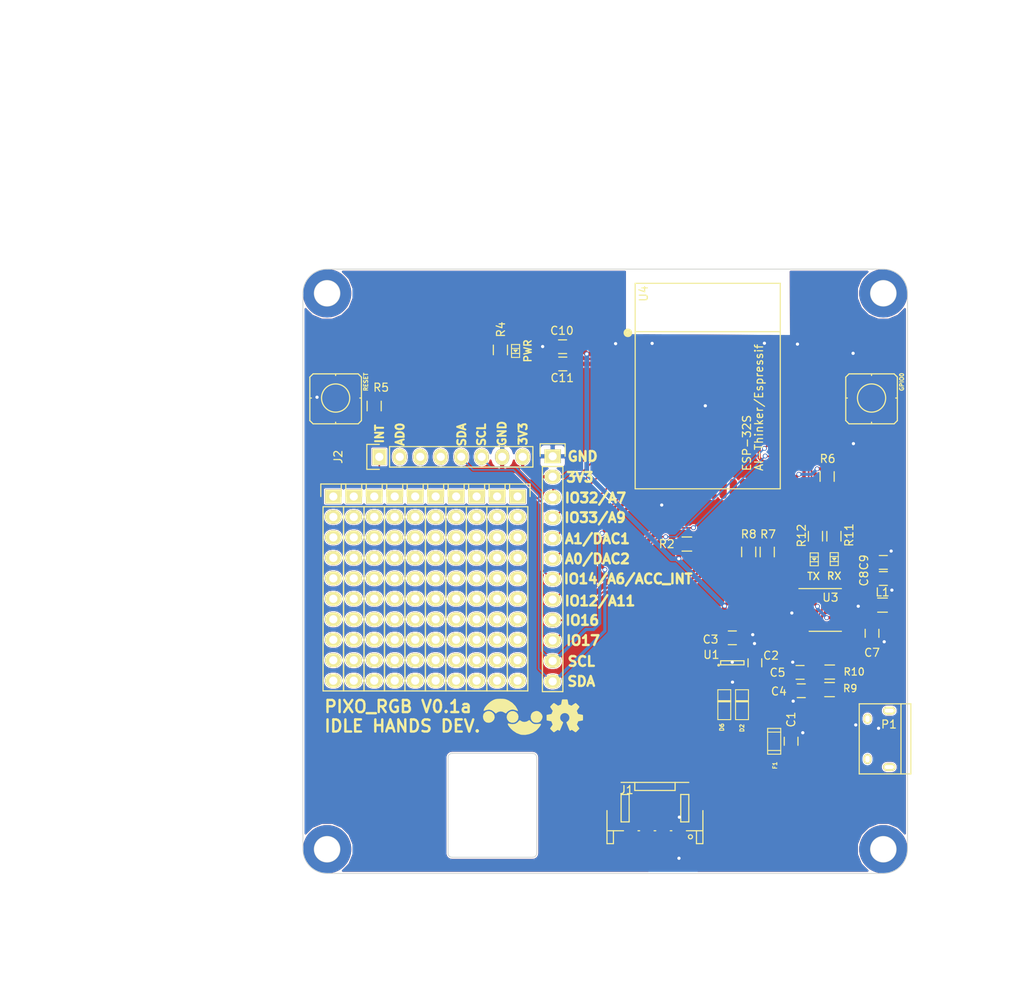
<source format=kicad_pcb>
(kicad_pcb (version 4) (host pcbnew 4.0.7)
  (title_block (title "Sensory Adaptation Robot") (date 2016-03-10) (rev 0.1a) (company "Idle Hands Dev.") (comment 1 "Sean Hodgins"))
  (layers (0 F.Cu signal) (31 B.Cu signal) (34 B.Paste user) (35 F.Paste user) (36 B.SilkS user) (37 F.SilkS user) (38 B.Mask user) (39 F.Mask user) (44 Edge.Cuts user))
  (net 0 "")
  (net 1 GND)
  (net 2 "Net-(C1-Pad2)")
  (net 3 "Net-(C2-Pad1)")
  (net 4 +3V3)
  (net 5 "Net-(C4-Pad2)")
  (net 6 "Net-(C5-Pad2)")
  (net 7 VUSB)
  (net 8 "Net-(D1-Pad1)")
  (net 9 "Net-(D3-Pad2)")
  (net 10 "Net-(D3-Pad1)")
  (net 11 "Net-(D4-Pad2)")
  (net 12 "Net-(D4-Pad1)")
  (net 13 VSPLY)
  (net 14 CKS)
  (net 15 SDS)
  (net 16 /A0_DAC2)
  (net 17 /A1_DAC1)
  (net 18 /GPIO13_A12)
  (net 19 /GPIO12_A11)
  (net 20 /GPIO33_A9)
  (net 21 /GPIO32_A7)
  (net 22 /GPIO15_A8)
  (net 23 "Net-(L1-Pad1)")
  (net 24 "Net-(P1-Pad4)")
  (net 25 "Net-(P1-Pad6)")
  (net 26 /GPIO2)
  (net 27 /GPIO0)
  (net 28 /RXESP)
  (net 29 "Net-(R7-Pad2)")
  (net 30 /TXESP)
  (net 31 "Net-(R8-Pad2)")
  (net 32 "Net-(R9-Pad1)")
  (net 33 "Net-(R10-Pad1)")
  (net 34 "Net-(U3-Pad2)")
  (net 35 "Net-(U3-Pad6)")
  (net 36 "Net-(U3-Pad15)")
  (net 37 "Net-(U3-Pad16)")
  (net 38 "Net-(U4-Pad33)")
  (net 39 "Net-(U4-Pad32)")
  (net 40 "Net-(U4-Pad29)")
  (net 41 "Net-(U4-Pad26)")
  (net 42 "Net-(U4-Pad22)")
  (net 43 "Net-(U4-Pad21)")
  (net 44 "Net-(U4-Pad20)")
  (net 45 "Net-(U4-Pad19)")
  (net 46 "Net-(U4-Pad18)")
  (net 47 "Net-(U4-Pad17)")
  (net 48 "Net-(U4-Pad12)")
  (net 49 "Net-(U4-Pad7)")
  (net 50 "Net-(U4-Pad6)")
  (net 51 "Net-(U4-Pad5)")
  (net 52 "Net-(U4-Pad4)")
  (net 53 /RESET)
  (net 54 INT)
  (net 55 AD0)
  (net 56 XCL)
  (net 57 XDA)
  (net 58 SCL)
  (net 59 SDA)
  (net 60 /GPIO16)
  (net 61 /GPIO17)
  (module idlehands_footprints:STANDOFF_3MM_6MMOD (layer F.Cu) (at 100 100)
    (fp_text reference REF** hide)
    (fp_text value STANDOFF_3MM hide)
    (pad 1 thru_hole circle (at 0 0) (size 6 6) (drill 3.2) (layers *.Cu *.Mask))
  )
  (module idlehands_footprints:STANDOFF_3MM_6MMOD (layer F.Cu) (at 100 169)
    (fp_text reference REF** hide)
    (fp_text value STANDOFF_3MM hide)
    (pad 1 thru_hole circle (at 0 0) (size 6 6) (drill 3.2) (layers *.Cu *.Mask))
  )
  (module idlehands_footprints:STANDOFF_3MM_6MMOD (layer F.Cu) (at 169 169)
    (fp_text reference REF** hide)
    (fp_text value STANDOFF_3MM hide)
    (pad 1 thru_hole circle (at 0 0) (size 6 6) (drill 3.2) (layers *.Cu *.Mask))
  )
  (module Pin_Headers:Pin_Header_Straight_1x10 (layer F.Cu) (at 123.63 125.22)
    (fp_text reference REF** hide)
    (fp_text value Pin_Header_Straight_1x10 hide)
    (pad 1 thru_hole rect (at 0 0) (size 2.032 1.7272) (drill 1.016) (layers *.Cu *.Mask F.SilkS))
    (pad 2 thru_hole oval (at 0 2.54) (size 2.032 1.7272) (drill 1.016) (layers *.Cu *.Mask F.SilkS))
    (pad 3 thru_hole oval (at 0 5.08) (size 2.032 1.7272) (drill 1.016) (layers *.Cu *.Mask F.SilkS))
    (pad 4 thru_hole oval (at 0 7.62) (size 2.032 1.7272) (drill 1.016) (layers *.Cu *.Mask F.SilkS))
    (pad 5 thru_hole oval (at 0 10.16) (size 2.032 1.7272) (drill 1.016) (layers *.Cu *.Mask F.SilkS))
    (pad 6 thru_hole oval (at 0 12.7) (size 2.032 1.7272) (drill 1.016) (layers *.Cu *.Mask F.SilkS))
    (pad 7 thru_hole oval (at 0 15.24) (size 2.032 1.7272) (drill 1.016) (layers *.Cu *.Mask F.SilkS))
    (pad 8 thru_hole oval (at 0 17.78) (size 2.032 1.7272) (drill 1.016) (layers *.Cu *.Mask F.SilkS))
    (pad 9 thru_hole oval (at 0 20.32) (size 2.032 1.7272) (drill 1.016) (layers *.Cu *.Mask F.SilkS))
    (pad 10 thru_hole oval (at 0 22.86) (size 2.032 1.7272) (drill 1.016) (layers *.Cu *.Mask F.SilkS))
  )
  (module Pin_Headers:Pin_Header_Straight_1x10 (layer F.Cu) (at 121.09 125.22)
    (fp_text reference REF** hide)
    (fp_text value Pin_Header_Straight_1x10 hide)
    (pad 1 thru_hole rect (at 0 0) (size 2.032 1.7272) (drill 1.016) (layers *.Cu *.Mask F.SilkS))
    (pad 2 thru_hole oval (at 0 2.54) (size 2.032 1.7272) (drill 1.016) (layers *.Cu *.Mask F.SilkS))
    (pad 3 thru_hole oval (at 0 5.08) (size 2.032 1.7272) (drill 1.016) (layers *.Cu *.Mask F.SilkS))
    (pad 4 thru_hole oval (at 0 7.62) (size 2.032 1.7272) (drill 1.016) (layers *.Cu *.Mask F.SilkS))
    (pad 5 thru_hole oval (at 0 10.16) (size 2.032 1.7272) (drill 1.016) (layers *.Cu *.Mask F.SilkS))
    (pad 6 thru_hole oval (at 0 12.7) (size 2.032 1.7272) (drill 1.016) (layers *.Cu *.Mask F.SilkS))
    (pad 7 thru_hole oval (at 0 15.24) (size 2.032 1.7272) (drill 1.016) (layers *.Cu *.Mask F.SilkS))
    (pad 8 thru_hole oval (at 0 17.78) (size 2.032 1.7272) (drill 1.016) (layers *.Cu *.Mask F.SilkS))
    (pad 9 thru_hole oval (at 0 20.32) (size 2.032 1.7272) (drill 1.016) (layers *.Cu *.Mask F.SilkS))
    (pad 10 thru_hole oval (at 0 22.86) (size 2.032 1.7272) (drill 1.016) (layers *.Cu *.Mask F.SilkS))
  )
  (module Pin_Headers:Pin_Header_Straight_1x10 (layer F.Cu) (at 118.55 125.22)
    (fp_text reference REF** hide)
    (fp_text value Pin_Header_Straight_1x10 hide)
    (pad 1 thru_hole rect (at 0 0) (size 2.032 1.7272) (drill 1.016) (layers *.Cu *.Mask F.SilkS))
    (pad 2 thru_hole oval (at 0 2.54) (size 2.032 1.7272) (drill 1.016) (layers *.Cu *.Mask F.SilkS))
    (pad 3 thru_hole oval (at 0 5.08) (size 2.032 1.7272) (drill 1.016) (layers *.Cu *.Mask F.SilkS))
    (pad 4 thru_hole oval (at 0 7.62) (size 2.032 1.7272) (drill 1.016) (layers *.Cu *.Mask F.SilkS))
    (pad 5 thru_hole oval (at 0 10.16) (size 2.032 1.7272) (drill 1.016) (layers *.Cu *.Mask F.SilkS))
    (pad 6 thru_hole oval (at 0 12.7) (size 2.032 1.7272) (drill 1.016) (layers *.Cu *.Mask F.SilkS))
    (pad 7 thru_hole oval (at 0 15.24) (size 2.032 1.7272) (drill 1.016) (layers *.Cu *.Mask F.SilkS))
    (pad 8 thru_hole oval (at 0 17.78) (size 2.032 1.7272) (drill 1.016) (layers *.Cu *.Mask F.SilkS))
    (pad 9 thru_hole oval (at 0 20.32) (size 2.032 1.7272) (drill 1.016) (layers *.Cu *.Mask F.SilkS))
    (pad 10 thru_hole oval (at 0 22.86) (size 2.032 1.7272) (drill 1.016) (layers *.Cu *.Mask F.SilkS))
  )
  (module Pin_Headers:Pin_Header_Straight_1x10 (layer F.Cu) (at 116.01 125.22)
    (fp_text reference REF** hide)
    (fp_text value Pin_Header_Straight_1x10 hide)
    (pad 1 thru_hole rect (at 0 0) (size 2.032 1.7272) (drill 1.016) (layers *.Cu *.Mask F.SilkS))
    (pad 2 thru_hole oval (at 0 2.54) (size 2.032 1.7272) (drill 1.016) (layers *.Cu *.Mask F.SilkS))
    (pad 3 thru_hole oval (at 0 5.08) (size 2.032 1.7272) (drill 1.016) (layers *.Cu *.Mask F.SilkS))
    (pad 4 thru_hole oval (at 0 7.62) (size 2.032 1.7272) (drill 1.016) (layers *.Cu *.Mask F.SilkS))
    (pad 5 thru_hole oval (at 0 10.16) (size 2.032 1.7272) (drill 1.016) (layers *.Cu *.Mask F.SilkS))
    (pad 6 thru_hole oval (at 0 12.7) (size 2.032 1.7272) (drill 1.016) (layers *.Cu *.Mask F.SilkS))
    (pad 7 thru_hole oval (at 0 15.24) (size 2.032 1.7272) (drill 1.016) (layers *.Cu *.Mask F.SilkS))
    (pad 8 thru_hole oval (at 0 17.78) (size 2.032 1.7272) (drill 1.016) (layers *.Cu *.Mask F.SilkS))
    (pad 9 thru_hole oval (at 0 20.32) (size 2.032 1.7272) (drill 1.016) (layers *.Cu *.Mask F.SilkS))
    (pad 10 thru_hole oval (at 0 22.86) (size 2.032 1.7272) (drill 1.016) (layers *.Cu *.Mask F.SilkS))
  )
  (module Pin_Headers:Pin_Header_Straight_1x10 (layer F.Cu) (at 113.47 125.22)
    (fp_text reference REF** hide)
    (fp_text value Pin_Header_Straight_1x10 hide)
    (pad 1 thru_hole rect (at 0 0) (size 2.032 1.7272) (drill 1.016) (layers *.Cu *.Mask F.SilkS))
    (pad 2 thru_hole oval (at 0 2.54) (size 2.032 1.7272) (drill 1.016) (layers *.Cu *.Mask F.SilkS))
    (pad 3 thru_hole oval (at 0 5.08) (size 2.032 1.7272) (drill 1.016) (layers *.Cu *.Mask F.SilkS))
    (pad 4 thru_hole oval (at 0 7.62) (size 2.032 1.7272) (drill 1.016) (layers *.Cu *.Mask F.SilkS))
    (pad 5 thru_hole oval (at 0 10.16) (size 2.032 1.7272) (drill 1.016) (layers *.Cu *.Mask F.SilkS))
    (pad 6 thru_hole oval (at 0 12.7) (size 2.032 1.7272) (drill 1.016) (layers *.Cu *.Mask F.SilkS))
    (pad 7 thru_hole oval (at 0 15.24) (size 2.032 1.7272) (drill 1.016) (layers *.Cu *.Mask F.SilkS))
    (pad 8 thru_hole oval (at 0 17.78) (size 2.032 1.7272) (drill 1.016) (layers *.Cu *.Mask F.SilkS))
    (pad 9 thru_hole oval (at 0 20.32) (size 2.032 1.7272) (drill 1.016) (layers *.Cu *.Mask F.SilkS))
    (pad 10 thru_hole oval (at 0 22.86) (size 2.032 1.7272) (drill 1.016) (layers *.Cu *.Mask F.SilkS))
  )
  (module Pin_Headers:Pin_Header_Straight_1x10 (layer F.Cu) (at 110.93 125.22)
    (fp_text reference REF** hide)
    (fp_text value Pin_Header_Straight_1x10 hide)
    (pad 1 thru_hole rect (at 0 0) (size 2.032 1.7272) (drill 1.016) (layers *.Cu *.Mask F.SilkS))
    (pad 2 thru_hole oval (at 0 2.54) (size 2.032 1.7272) (drill 1.016) (layers *.Cu *.Mask F.SilkS))
    (pad 3 thru_hole oval (at 0 5.08) (size 2.032 1.7272) (drill 1.016) (layers *.Cu *.Mask F.SilkS))
    (pad 4 thru_hole oval (at 0 7.62) (size 2.032 1.7272) (drill 1.016) (layers *.Cu *.Mask F.SilkS))
    (pad 5 thru_hole oval (at 0 10.16) (size 2.032 1.7272) (drill 1.016) (layers *.Cu *.Mask F.SilkS))
    (pad 6 thru_hole oval (at 0 12.7) (size 2.032 1.7272) (drill 1.016) (layers *.Cu *.Mask F.SilkS))
    (pad 7 thru_hole oval (at 0 15.24) (size 2.032 1.7272) (drill 1.016) (layers *.Cu *.Mask F.SilkS))
    (pad 8 thru_hole oval (at 0 17.78) (size 2.032 1.7272) (drill 1.016) (layers *.Cu *.Mask F.SilkS))
    (pad 9 thru_hole oval (at 0 20.32) (size 2.032 1.7272) (drill 1.016) (layers *.Cu *.Mask F.SilkS))
    (pad 10 thru_hole oval (at 0 22.86) (size 2.032 1.7272) (drill 1.016) (layers *.Cu *.Mask F.SilkS))
  )
  (module Pin_Headers:Pin_Header_Straight_1x10 (layer F.Cu) (at 108.39 125.22)
    (fp_text reference REF** hide)
    (fp_text value Pin_Header_Straight_1x10 hide)
    (pad 1 thru_hole rect (at 0 0) (size 2.032 1.7272) (drill 1.016) (layers *.Cu *.Mask F.SilkS))
    (pad 2 thru_hole oval (at 0 2.54) (size 2.032 1.7272) (drill 1.016) (layers *.Cu *.Mask F.SilkS))
    (pad 3 thru_hole oval (at 0 5.08) (size 2.032 1.7272) (drill 1.016) (layers *.Cu *.Mask F.SilkS))
    (pad 4 thru_hole oval (at 0 7.62) (size 2.032 1.7272) (drill 1.016) (layers *.Cu *.Mask F.SilkS))
    (pad 5 thru_hole oval (at 0 10.16) (size 2.032 1.7272) (drill 1.016) (layers *.Cu *.Mask F.SilkS))
    (pad 6 thru_hole oval (at 0 12.7) (size 2.032 1.7272) (drill 1.016) (layers *.Cu *.Mask F.SilkS))
    (pad 7 thru_hole oval (at 0 15.24) (size 2.032 1.7272) (drill 1.016) (layers *.Cu *.Mask F.SilkS))
    (pad 8 thru_hole oval (at 0 17.78) (size 2.032 1.7272) (drill 1.016) (layers *.Cu *.Mask F.SilkS))
    (pad 9 thru_hole oval (at 0 20.32) (size 2.032 1.7272) (drill 1.016) (layers *.Cu *.Mask F.SilkS))
    (pad 10 thru_hole oval (at 0 22.86) (size 2.032 1.7272) (drill 1.016) (layers *.Cu *.Mask F.SilkS))
  )
  (module Pin_Headers:Pin_Header_Straight_1x10 (layer F.Cu) (at 105.85 125.22)
    (fp_text reference REF** hide)
    (fp_text value Pin_Header_Straight_1x10 hide)
    (pad 1 thru_hole rect (at 0 0) (size 2.032 1.7272) (drill 1.016) (layers *.Cu *.Mask F.SilkS))
    (pad 2 thru_hole oval (at 0 2.54) (size 2.032 1.7272) (drill 1.016) (layers *.Cu *.Mask F.SilkS))
    (pad 3 thru_hole oval (at 0 5.08) (size 2.032 1.7272) (drill 1.016) (layers *.Cu *.Mask F.SilkS))
    (pad 4 thru_hole oval (at 0 7.62) (size 2.032 1.7272) (drill 1.016) (layers *.Cu *.Mask F.SilkS))
    (pad 5 thru_hole oval (at 0 10.16) (size 2.032 1.7272) (drill 1.016) (layers *.Cu *.Mask F.SilkS))
    (pad 6 thru_hole oval (at 0 12.7) (size 2.032 1.7272) (drill 1.016) (layers *.Cu *.Mask F.SilkS))
    (pad 7 thru_hole oval (at 0 15.24) (size 2.032 1.7272) (drill 1.016) (layers *.Cu *.Mask F.SilkS))
    (pad 8 thru_hole oval (at 0 17.78) (size 2.032 1.7272) (drill 1.016) (layers *.Cu *.Mask F.SilkS))
    (pad 9 thru_hole oval (at 0 20.32) (size 2.032 1.7272) (drill 1.016) (layers *.Cu *.Mask F.SilkS))
    (pad 10 thru_hole oval (at 0 22.86) (size 2.032 1.7272) (drill 1.016) (layers *.Cu *.Mask F.SilkS))
  )
  (module Pin_Headers:Pin_Header_Straight_1x10 (layer F.Cu) (at 103.31 125.22)
    (fp_text reference REF** hide)
    (fp_text value Pin_Header_Straight_1x10 hide)
    (pad 1 thru_hole rect (at 0 0) (size 2.032 1.7272) (drill 1.016) (layers *.Cu *.Mask F.SilkS))
    (pad 2 thru_hole oval (at 0 2.54) (size 2.032 1.7272) (drill 1.016) (layers *.Cu *.Mask F.SilkS))
    (pad 3 thru_hole oval (at 0 5.08) (size 2.032 1.7272) (drill 1.016) (layers *.Cu *.Mask F.SilkS))
    (pad 4 thru_hole oval (at 0 7.62) (size 2.032 1.7272) (drill 1.016) (layers *.Cu *.Mask F.SilkS))
    (pad 5 thru_hole oval (at 0 10.16) (size 2.032 1.7272) (drill 1.016) (layers *.Cu *.Mask F.SilkS))
    (pad 6 thru_hole oval (at 0 12.7) (size 2.032 1.7272) (drill 1.016) (layers *.Cu *.Mask F.SilkS))
    (pad 7 thru_hole oval (at 0 15.24) (size 2.032 1.7272) (drill 1.016) (layers *.Cu *.Mask F.SilkS))
    (pad 8 thru_hole oval (at 0 17.78) (size 2.032 1.7272) (drill 1.016) (layers *.Cu *.Mask F.SilkS))
    (pad 9 thru_hole oval (at 0 20.32) (size 2.032 1.7272) (drill 1.016) (layers *.Cu *.Mask F.SilkS))
    (pad 10 thru_hole oval (at 0 22.86) (size 2.032 1.7272) (drill 1.016) (layers *.Cu *.Mask F.SilkS))
  )
  (module Capacitors_SMD:C_0805 (layer F.Cu) (at 169 133.4 180)
    (fp_text reference C9 (at 2.4 0 270) (layer F.SilkS))
    (fp_text value 10uF hide)
    (pad 1 smd rect (at -1 0 180) (size 1 1.25) (layers F.Cu F.Paste F.Mask) (net 1 GND))
    (pad 2 smd rect (at 1 0 180) (size 1 1.25) (layers F.Cu F.Paste F.Mask) (net 7 VUSB))
  )
  (module Capacitors_SMD:C_0805 (layer F.Cu) (at 129.21 106.63 180)
    (fp_text reference C10 (at 0.08 1.99 360) (layer F.SilkS))
    (fp_text value 10uF hide)
    (pad 1 smd rect (at -1 0 180) (size 1 1.25) (layers F.Cu F.Paste F.Mask) (net 4 +3V3))
    (pad 2 smd rect (at 1 0 180) (size 1 1.25) (layers F.Cu F.Paste F.Mask) (net 1 GND))
  )
  (module idlehands_footprints:Led_0603 (layer F.Cu) (at 123.38 107.1593 270)
    (fp_text reference D1 hide)
    (fp_text value PWR (at -0.0093 -1.52 450) (layer F.SilkS) (effects (font (size 0.9 0.9) (thickness 0.17))))
    (pad 2 smd rect (at -0.7493 0 270) (size 0.79756 0.79756) (layers F.Cu F.Paste F.Mask) (net 4 +3V3))
    (pad 1 smd rect (at 0.7493 0 270) (size 0.79756 0.79756) (layers F.Cu F.Paste F.Mask) (net 8 "Net-(D1-Pad1)"))
  )
  (module idlehands_footprints:Led_0603 (layer F.Cu) (at 162.91 132.99 270)
    (fp_text reference D3 hide)
    (fp_text value RX (at 2.1 0.01 360) (layer F.SilkS) (effects (font (size 0.9 0.9) (thickness 0.17))))
    (pad 2 smd rect (at -0.7493 0 270) (size 0.79756 0.79756) (layers F.Cu F.Paste F.Mask) (net 9 "Net-(D3-Pad2)"))
    (pad 1 smd rect (at 0.7493 0 270) (size 0.79756 0.79756) (layers F.Cu F.Paste F.Mask) (net 10 "Net-(D3-Pad1)"))
  )
  (module idlehands_footprints:Led_0603 (layer F.Cu) (at 160.43 133.02 270)
    (fp_text reference D4 hide)
    (fp_text value TX (at 2.1 0.09 360) (layer F.SilkS) (effects (font (size 0.9 0.9) (thickness 0.17))))
    (pad 2 smd rect (at -0.7493 0 270) (size 0.79756 0.79756) (layers F.Cu F.Paste F.Mask) (net 11 "Net-(D4-Pad2)"))
    (pad 1 smd rect (at 0.7493 0 270) (size 0.79756 0.79756) (layers F.Cu F.Paste F.Mask) (net 12 "Net-(D4-Pad1)"))
  )
  (module idlehands_footprints:c_1206 (layer F.Cu) (at 155.46 155.6 90)
    (fp_text reference F1 (at -3 0.1 90) (layer F.SilkS) (effects (font (size 0.50038 0.50038) (thickness 0.11938))))
    (fp_text value 500mA hide)
    (pad 1 smd rect (at 1.397 0 90) (size 1.6002 1.8034) (layers F.Cu F.Paste F.Mask) (net 7 VUSB))
    (pad 2 smd rect (at -1.397 0 90) (size 1.6002 1.8034) (layers F.Cu F.Paste F.Mask) (net 2 "Net-(C1-Pad2)"))
  )
  (module Connectors_JST_PH:Connectors_JST_S4B-PH-SM4-TB (layer F.Cu) (at 140.67 164.93 180)
    (fp_text reference J1 (at 3.51 3.29 180) (layer F.SilkS))
    (fp_text value PIXO_CONN)
    (pad 1 smd rect (at -3 -2.775 180) (size 1 3.5) (layers F.Cu F.Paste F.Mask) (net 1 GND))
    (pad 2 smd rect (at -1 -2.775 180) (size 1 3.5) (layers F.Cu F.Paste F.Mask) (net 15 SDS))
    (pad 3 smd rect (at 1 -2.775 180) (size 1 3.5) (layers F.Cu F.Paste F.Mask) (net 14 CKS))
    (pad 4 smd rect (at 3 -2.775 180) (size 1 3.5) (layers F.Cu F.Paste F.Mask) (net 13 VSPLY))
    (pad "" smd rect (at -5.4 2.775 180) (size 1.6 3.4) (layers F.Cu F.Paste F.Mask))
    (pad "" smd rect (at 5.4 2.775 180) (size 1.6 3.4) (layers F.Cu F.Paste F.Mask))
  )
  (module Connect:USB_Micro-B (layer F.Cu) (at 168.6 155.3 90)
    (fp_text reference P1 (at 1.8 1.1 180) (layer F.SilkS))
    (fp_text value USB_OTG)
    (pad 1 smd rect (at -1.3009 -1.56254 180) (size 1.35 0.4) (layers F.Cu F.Paste F.Mask) (net 2 "Net-(C1-Pad2)"))
    (pad 2 smd rect (at -0.6509 -1.56254 180) (size 1.35 0.4) (layers F.Cu F.Paste F.Mask) (net 5 "Net-(C4-Pad2)"))
    (pad 3 smd rect (at -0.0009 -1.56254 180) (size 1.35 0.4) (layers F.Cu F.Paste F.Mask) (net 6 "Net-(C5-Pad2)"))
    (pad 4 smd rect (at 0.6491 -1.56254 180) (size 1.35 0.4) (layers F.Cu F.Paste F.Mask) (net 24 "Net-(P1-Pad4)"))
    (pad 5 smd rect (at 1.2991 -1.56254 180) (size 1.35 0.4) (layers F.Cu F.Paste F.Mask) (net 1 GND))
    (pad 0 thru_hole oval (at -2.5009 -1.56254 180) (size 0.95 1.25) (drill oval 0.55 0.85) (layers *.Cu *.Mask F.SilkS) (net 25 "Net-(P1-Pad6)"))
    (pad 0 thru_hole oval (at 2.4991 -1.56254 180) (size 0.95 1.25) (drill oval 0.55 0.85) (layers *.Cu *.Mask F.SilkS) (net 25 "Net-(P1-Pad6)"))
    (pad 0 thru_hole oval (at -3.5009 1.13746 180) (size 1.55 1) (drill oval 1.15 0.5) (layers *.Cu *.Mask F.SilkS) (net 25 "Net-(P1-Pad6)"))
    (pad 0 thru_hole oval (at 3.4991 1.13746 180) (size 1.55 1) (drill oval 1.15 0.5) (layers *.Cu *.Mask F.SilkS) (net 25 "Net-(P1-Pad6)"))
  )
  (module idlehands_footprints:PTS-LFS (layer F.Cu) (at 167.54 113 270)
    (fp_text reference SW2 hide)
    (fp_text value GPIO0 (at -2 -3.75 270) (layer F.SilkS) (effects (font (size 0.5 0.5) (thickness 0.125))))
    (pad 1 smd rect (at 3.975 2.25 270) (size 1.55 1.3) (layers F.Cu F.Paste F.Mask) (net 1 GND))
    (pad 2 smd rect (at 3.975 -2.25 270) (size 1.55 1.3) (layers F.Cu F.Paste F.Mask) (net 27 /GPIO0))
    (pad 2 smd rect (at -3.975 -2.25 270) (size 1.55 1.3) (layers F.Cu F.Paste F.Mask) (net 27 /GPIO0))
    (pad 1 smd rect (at -3.975 2.25 270) (size 1.55 1.3) (layers F.Cu F.Paste F.Mask) (net 1 GND))
  )
  (module idlehands_footprints:PTS-LFS (layer F.Cu) (at 101.06 113 270)
    (fp_text reference SW3 hide)
    (fp_text value RESET (at -2 -3.75 270) (layer F.SilkS) (effects (font (size 0.5 0.5) (thickness 0.125))))
    (pad 1 smd rect (at 3.975 2.25 270) (size 1.55 1.3) (layers F.Cu F.Paste F.Mask) (net 1 GND))
    (pad 2 smd rect (at 3.975 -2.25 270) (size 1.55 1.3) (layers F.Cu F.Paste F.Mask) (net 53 /RESET))
    (pad 2 smd rect (at -3.975 -2.25 270) (size 1.55 1.3) (layers F.Cu F.Paste F.Mask) (net 53 /RESET))
    (pad 1 smd rect (at -3.975 2.25 270) (size 1.55 1.3) (layers F.Cu F.Paste F.Mask) (net 1 GND))
  )
  (module TO_SOT_Packages_SMD:SOT-23-5 (layer F.Cu) (at 150.27 145.86 90)
    (fp_text reference U1 (at 1 -2.6 180) (layer F.SilkS))
    (fp_text value AP2112K-3.3V hide)
    (pad 1 smd rect (at -1.1 -0.95 90) (size 1.06 0.65) (layers F.Cu F.Paste F.Mask) (net 3 "Net-(C2-Pad1)"))
    (pad 2 smd rect (at -1.1 0 90) (size 1.06 0.65) (layers F.Cu F.Paste F.Mask) (net 1 GND))
    (pad 3 smd rect (at -1.1 0.95 90) (size 1.06 0.65) (layers F.Cu F.Paste F.Mask) (net 3 "Net-(C2-Pad1)"))
    (pad 4 smd rect (at 1.1 0.95 90) (size 1.06 0.65) (layers F.Cu F.Paste F.Mask))
    (pad 5 smd rect (at 1.1 -0.95 90) (size 1.06 0.65) (layers F.Cu F.Paste F.Mask) (net 4 +3V3))
  )
  (module Housings_SSOP:SSOP-16_3.9x4.9mm_Pitch0.635mm (layer F.Cu) (at 161.8 139.3)
    (fp_text reference U3 (at 0.64 -1.54) (layer F.SilkS))
    (fp_text value FT230XS hide)
    (pad 1 smd rect (at -2.6 -2.2225) (size 1.2 0.4) (layers F.Cu F.Paste F.Mask) (net 29 "Net-(R7-Pad2)"))
    (pad 2 smd rect (at -2.6 -1.5875) (size 1.2 0.4) (layers F.Cu F.Paste F.Mask) (net 34 "Net-(U3-Pad2)"))
    (pad 3 smd rect (at -2.6 -0.9525) (size 1.2 0.4) (layers F.Cu F.Paste F.Mask) (net 4 +3V3))
    (pad 4 smd rect (at -2.6 -0.3175) (size 1.2 0.4) (layers F.Cu F.Paste F.Mask) (net 31 "Net-(R8-Pad2)"))
    (pad 5 smd rect (at -2.6 0.3175) (size 1.2 0.4) (layers F.Cu F.Paste F.Mask) (net 1 GND))
    (pad 6 smd rect (at -2.6 0.9525) (size 1.2 0.4) (layers F.Cu F.Paste F.Mask) (net 35 "Net-(U3-Pad6)"))
    (pad 7 smd rect (at -2.6 1.5875) (size 1.2 0.4) (layers F.Cu F.Paste F.Mask) (net 12 "Net-(D4-Pad1)"))
    (pad 8 smd rect (at -2.6 2.2225) (size 1.2 0.4) (layers F.Cu F.Paste F.Mask) (net 33 "Net-(R10-Pad1)"))
    (pad 9 smd rect (at 2.6 2.2225) (size 1.2 0.4) (layers F.Cu F.Paste F.Mask) (net 32 "Net-(R9-Pad1)"))
    (pad 10 smd rect (at 2.6 1.5875) (size 1.2 0.4) (layers F.Cu F.Paste F.Mask) (net 4 +3V3))
    (pad 11 smd rect (at 2.6 0.9525) (size 1.2 0.4) (layers F.Cu F.Paste F.Mask) (net 4 +3V3))
    (pad 12 smd rect (at 2.6 0.3175) (size 1.2 0.4) (layers F.Cu F.Paste F.Mask) (net 23 "Net-(L1-Pad1)"))
    (pad 13 smd rect (at 2.6 -0.3175) (size 1.2 0.4) (layers F.Cu F.Paste F.Mask) (net 1 GND))
    (pad 14 smd rect (at 2.6 -0.9525) (size 1.2 0.4) (layers F.Cu F.Paste F.Mask) (net 10 "Net-(D3-Pad1)"))
    (pad 15 smd rect (at 2.6 -1.5875) (size 1.2 0.4) (layers F.Cu F.Paste F.Mask) (net 36 "Net-(U3-Pad15)"))
    (pad 16 smd rect (at 2.6 -2.2225) (size 1.2 0.4) (layers F.Cu F.Paste F.Mask) (net 37 "Net-(U3-Pad16)"))
  )
  (module ESP32:ESP-32S (layer F.Cu) (at 147.27 115.78)
    (fp_text reference U4 (at -8.002566 -15.737338 270) (layer F.SilkS))
    (fp_text value ESP-32S)
    (fp_text user AI-Thinker/Espressif (at 6.3 -1.6 90) (layer F.SilkS))
    (fp_text user ESP-32S (at 4.8 2.8 90) (layer F.SilkS))
    (pad 38 smd oval (at 8.947434 -9.517338 180) (size 2.5 0.9) (layers F.Cu F.Paste F.Mask) (net 1 GND))
    (pad 37 smd oval (at 8.947434 -8.247338 180) (size 2.5 0.9) (layers F.Cu F.Paste F.Mask) (net 59 SDA))
    (pad 36 smd oval (at 8.947434 -6.977338 180) (size 2.5 0.9) (layers F.Cu F.Paste F.Mask) (net 58 SCL))
    (pad 35 smd oval (at 8.947434 -5.707338 180) (size 2.5 0.9) (layers F.Cu F.Paste F.Mask) (net 30 /TXESP))
    (pad 34 smd oval (at 8.947434 -4.437338 180) (size 2.5 0.9) (layers F.Cu F.Paste F.Mask) (net 28 /RXESP))
    (pad 33 smd oval (at 8.947434 -3.167338 180) (size 2.5 0.9) (layers F.Cu F.Paste F.Mask) (net 38 "Net-(U4-Pad33)"))
    (pad 32 smd oval (at 8.947434 -1.897338 180) (size 2.5 0.9) (layers F.Cu F.Paste F.Mask) (net 39 "Net-(U4-Pad32)"))
    (pad 31 smd oval (at 8.947434 -0.627338 180) (size 2.5 0.9) (layers F.Cu F.Paste F.Mask) (net 15 SDS))
    (pad 30 smd oval (at 8.947434 0.642662 180) (size 2.5 0.9) (layers F.Cu F.Paste F.Mask) (net 14 CKS))
    (pad 29 smd oval (at 8.947434 1.912662 180) (size 2.5 0.9) (layers F.Cu F.Paste F.Mask) (net 40 "Net-(U4-Pad29)"))
    (pad 28 smd oval (at 8.947434 3.182662 180) (size 2.5 0.9) (layers F.Cu F.Paste F.Mask) (net 61 /GPIO17))
    (pad 27 smd oval (at 8.947434 4.452662 180) (size 2.5 0.9) (layers F.Cu F.Paste F.Mask) (net 60 /GPIO16))
    (pad 26 smd oval (at 8.947434 5.722662 180) (size 2.5 0.9) (layers F.Cu F.Paste F.Mask) (net 41 "Net-(U4-Pad26)"))
    (pad 25 smd oval (at 8.947434 6.992662 180) (size 2.5 0.9) (layers F.Cu F.Paste F.Mask) (net 27 /GPIO0))
    (pad 24 smd oval (at 5.662434 8.482662 180) (size 0.9 2.5) (layers F.Cu F.Paste F.Mask) (net 26 /GPIO2))
    (pad 23 smd oval (at 4.392434 8.482662 180) (size 0.9 2.5) (layers F.Cu F.Paste F.Mask) (net 22 /GPIO15_A8))
    (pad 22 smd oval (at 3.122434 8.482662 180) (size 0.9 2.5) (layers F.Cu F.Paste F.Mask) (net 42 "Net-(U4-Pad22)"))
    (pad 21 smd oval (at 1.852434 8.482662 180) (size 0.9 2.5) (layers F.Cu F.Paste F.Mask) (net 43 "Net-(U4-Pad21)"))
    (pad 20 smd oval (at 0.582434 8.482662 180) (size 0.9 2.5) (layers F.Cu F.Paste F.Mask) (net 44 "Net-(U4-Pad20)"))
    (pad 19 smd oval (at -0.687566 8.482662 180) (size 0.9 2.5) (layers F.Cu F.Paste F.Mask) (net 45 "Net-(U4-Pad19)"))
    (pad 18 smd oval (at -1.957566 8.482662 180) (size 0.9 2.5) (layers F.Cu F.Paste F.Mask) (net 46 "Net-(U4-Pad18)"))
    (pad 17 smd oval (at -3.227566 8.482662 180) (size 0.9 2.5) (layers F.Cu F.Paste F.Mask) (net 47 "Net-(U4-Pad17)"))
    (pad 16 smd oval (at -4.497566 8.482662 180) (size 0.9 2.5) (layers F.Cu F.Paste F.Mask) (net 18 /GPIO13_A12))
    (pad 15 smd oval (at -5.767566 8.482662 180) (size 0.9 2.5) (layers F.Cu F.Paste F.Mask) (net 1 GND))
    (pad 14 smd oval (at -9.052566 6.992662 180) (size 2.5 0.9) (layers F.Cu F.Paste F.Mask) (net 19 /GPIO12_A11))
    (pad 13 smd oval (at -9.052566 5.722662 180) (size 2.5 0.9) (layers F.Cu F.Paste F.Mask) (net 54 INT))
    (pad 12 smd oval (at -9.052566 4.452662 180) (size 2.5 0.9) (layers F.Cu F.Paste F.Mask) (net 48 "Net-(U4-Pad12)"))
    (pad 11 smd oval (at -9.052566 3.182662 180) (size 2.5 0.9) (layers F.Cu F.Paste F.Mask) (net 16 /A0_DAC2))
    (pad 10 smd oval (at -9.052566 1.912662 180) (size 2.5 0.9) (layers F.Cu F.Paste F.Mask) (net 17 /A1_DAC1))
    (pad 9 smd oval (at -9.052566 0.642662 180) (size 2.5 0.9) (layers F.Cu F.Paste F.Mask) (net 20 /GPIO33_A9))
    (pad 8 smd oval (at -9.052566 -0.627338 180) (size 2.5 0.9) (layers F.Cu F.Paste F.Mask) (net 21 /GPIO32_A7))
    (pad 7 smd oval (at -9.052566 -1.897338 180) (size 2.5 0.9) (layers F.Cu F.Paste F.Mask) (net 49 "Net-(U4-Pad7)"))
    (pad 6 smd oval (at -9.052566 -3.167338 180) (size 2.5 0.9) (layers F.Cu F.Paste F.Mask) (net 50 "Net-(U4-Pad6)"))
    (pad 5 smd oval (at -9.052566 -4.437338 180) (size 2.5 0.9) (layers F.Cu F.Paste F.Mask) (net 51 "Net-(U4-Pad5)"))
    (pad 4 smd oval (at -9.052566 -5.707338 180) (size 2.5 0.9) (layers F.Cu F.Paste F.Mask) (net 52 "Net-(U4-Pad4)"))
    (pad 3 smd oval (at -9.052566 -6.977338 180) (size 2.5 0.9) (layers F.Cu F.Paste F.Mask) (net 53 /RESET))
    (pad 2 smd oval (at -9.052566 -8.247338 180) (size 2.5 0.9) (layers F.Cu F.Paste F.Mask) (net 4 +3V3))
    (pad 1 smd oval (at -9.052566 -9.517338 180) (size 2.5 0.9) (layers F.Cu F.Paste F.Mask) (net 1 GND))
    (pad 39 smd rect (at -0.352566 -1.817338 180) (size 6 6) (layers F.Cu F.Paste F.Mask) (net 1 GND))
  )
  (module Capacitors_SMD:C_0805 (layer F.Cu) (at 157.56 155.6 270)
    (fp_text reference C1 (at -2.7 0 270) (layer F.SilkS))
    (fp_text value 0.1uF hide)
    (pad 1 smd rect (at -1 0 270) (size 1 1.25) (layers F.Cu F.Paste F.Mask) (net 1 GND))
    (pad 2 smd rect (at 1 0 270) (size 1 1.25) (layers F.Cu F.Paste F.Mask) (net 2 "Net-(C1-Pad2)"))
  )
  (module Capacitors_SMD:C_0805 (layer F.Cu) (at 153.07 145.86 90)
    (fp_text reference C2 (at 0.9 2 180) (layer F.SilkS))
    (fp_text value 1uF hide)
    (pad 1 smd rect (at -1 0 90) (size 1 1.25) (layers F.Cu F.Paste F.Mask) (net 3 "Net-(C2-Pad1)"))
    (pad 2 smd rect (at 1 0 90) (size 1 1.25) (layers F.Cu F.Paste F.Mask) (net 1 GND))
  )
  (module Capacitors_SMD:C_0805 (layer F.Cu) (at 150.27 142.76)
    (fp_text reference C3 (at -2.7 0.2 180) (layer F.SilkS))
    (fp_text value 2.2uF hide)
    (pad 1 smd rect (at -1 0) (size 1 1.25) (layers F.Cu F.Paste F.Mask) (net 4 +3V3))
    (pad 2 smd rect (at 1 0) (size 1 1.25) (layers F.Cu F.Paste F.Mask) (net 1 GND))
  )
  (module Capacitors_SMD:C_0805 (layer F.Cu) (at 158.82 149.33)
    (fp_text reference C4 (at -2.78 0.08) (layer F.SilkS))
    (fp_text value 47pF hide)
    (pad 1 smd rect (at -1 0) (size 1 1.25) (layers F.Cu F.Paste F.Mask) (net 1 GND))
    (pad 2 smd rect (at 1 0) (size 1 1.25) (layers F.Cu F.Paste F.Mask) (net 5 "Net-(C4-Pad2)"))
  )
  (module Capacitors_SMD:C_0805 (layer F.Cu) (at 158.67 147.05)
    (fp_text reference C5 (at -2.79 0.02) (layer F.SilkS))
    (fp_text value 47pF hide)
    (pad 1 smd rect (at -1 0) (size 1 1.25) (layers F.Cu F.Paste F.Mask) (net 1 GND))
    (pad 2 smd rect (at 1 0) (size 1 1.25) (layers F.Cu F.Paste F.Mask) (net 6 "Net-(C5-Pad2)"))
  )
  (module Capacitors_SMD:C_0805 (layer F.Cu) (at 167.6 142.2 90)
    (fp_text reference C7 (at -2.4 0 180) (layer F.SilkS))
    (fp_text value 0.1uF hide)
    (pad 1 smd rect (at -1 0 90) (size 1 1.25) (layers F.Cu F.Paste F.Mask) (net 1 GND))
    (pad 2 smd rect (at 1 0 90) (size 1 1.25) (layers F.Cu F.Paste F.Mask) (net 4 +3V3))
  )
  (module Capacitors_SMD:C_0805 (layer F.Cu) (at 169 135.4 180)
    (fp_text reference C8 (at 2.4 0 270) (layer F.SilkS))
    (fp_text value 0.1uF hide)
    (pad 1 smd rect (at -1 0 180) (size 1 1.25) (layers F.Cu F.Paste F.Mask) (net 1 GND))
    (pad 2 smd rect (at 1 0 180) (size 1 1.25) (layers F.Cu F.Paste F.Mask) (net 7 VUSB))
  )
  (module Capacitors_SMD:C_0805 (layer F.Cu) (at 129.24 108.77 180)
    (fp_text reference C11 (at 0.07 -1.74 360) (layer F.SilkS))
    (fp_text value 1uF hide)
    (pad 1 smd rect (at -1 0 180) (size 1 1.25) (layers F.Cu F.Paste F.Mask) (net 53 /RESET))
    (pad 2 smd rect (at 1 0 180) (size 1 1.25) (layers F.Cu F.Paste F.Mask) (net 1 GND))
  )
  (module Resistors_SMD:R_0805 (layer F.Cu) (at 144.63 131.12)
    (fp_text reference R2 (at -2.5 0) (layer F.SilkS))
    (fp_text value 10K hide)
    (pad 1 smd rect (at -0.95 0) (size 0.7 1.3) (layers F.Cu F.Paste F.Mask) (net 4 +3V3))
    (pad 2 smd rect (at 0.95 0) (size 0.7 1.3) (layers F.Cu F.Paste F.Mask) (net 26 /GPIO2))
  )
  (module Resistors_SMD:R_0805 (layer F.Cu) (at 121.5 107.03 270)
    (fp_text reference R4 (at -2.54 -0.06 270) (layer F.SilkS))
    (fp_text value 1K hide)
    (pad 1 smd rect (at -0.95 0 270) (size 0.7 1.3) (layers F.Cu F.Paste F.Mask) (net 8 "Net-(D1-Pad1)"))
    (pad 2 smd rect (at 0.95 0 270) (size 0.7 1.3) (layers F.Cu F.Paste F.Mask) (net 1 GND))
  )
  (module Resistors_SMD:R_0805 (layer F.Cu) (at 105.84 113.99 270)
    (fp_text reference R5 (at -2.29 -0.86 360) (layer F.SilkS))
    (fp_text value 10K hide)
    (pad 1 smd rect (at -0.95 0 270) (size 0.7 1.3) (layers F.Cu F.Paste F.Mask) (net 4 +3V3))
    (pad 2 smd rect (at 0.95 0 270) (size 0.7 1.3) (layers F.Cu F.Paste F.Mask) (net 53 /RESET))
  )
  (module Resistors_SMD:R_0805 (layer F.Cu) (at 162.03 122.74 90)
    (fp_text reference R6 (at 2.2 0.06 180) (layer F.SilkS))
    (fp_text value 1K hide)
    (pad 1 smd rect (at -0.95 0 90) (size 0.7 1.3) (layers F.Cu F.Paste F.Mask) (net 4 +3V3))
    (pad 2 smd rect (at 0.95 0 90) (size 0.7 1.3) (layers F.Cu F.Paste F.Mask) (net 27 /GPIO0))
  )
  (module Resistors_SMD:R_0805 (layer F.Cu) (at 154.6 132.11 270)
    (fp_text reference R7 (at -2.2 -0.1 360) (layer F.SilkS))
    (fp_text value 1K hide)
    (pad 1 smd rect (at -0.95 0 270) (size 0.7 1.3) (layers F.Cu F.Paste F.Mask) (net 28 /RXESP))
    (pad 2 smd rect (at 0.95 0 270) (size 0.7 1.3) (layers F.Cu F.Paste F.Mask) (net 29 "Net-(R7-Pad2)"))
  )
  (module Resistors_SMD:R_0805 (layer F.Cu) (at 152.3 132.1 270)
    (fp_text reference R8 (at -2.2 0 360) (layer F.SilkS))
    (fp_text value 1K hide)
    (pad 1 smd rect (at -0.95 0 270) (size 0.7 1.3) (layers F.Cu F.Paste F.Mask) (net 30 /TXESP))
    (pad 2 smd rect (at 0.95 0 270) (size 0.7 1.3) (layers F.Cu F.Paste F.Mask) (net 31 "Net-(R8-Pad2)"))
  )
  (module Resistors_SMD:R_0805 (layer F.Cu) (at 162.33 149.19 180)
    (fp_text reference R9 (at -2.56 0.15 360) (layer F.SilkS) (effects (font (size 0.9 0.9))))
    (fp_text value 27R hide)
    (pad 1 smd rect (at -0.95 0 180) (size 0.7 1.3) (layers F.Cu F.Paste F.Mask) (net 32 "Net-(R9-Pad1)"))
    (pad 2 smd rect (at 0.95 0 180) (size 0.7 1.3) (layers F.Cu F.Paste F.Mask) (net 5 "Net-(C4-Pad2)"))
  )
  (module Resistors_SMD:R_0805 (layer F.Cu) (at 162.35 147.01 180)
    (fp_text reference R10 (at -3.03 0.03 360) (layer F.SilkS) (effects (font (size 0.9 0.9))))
    (fp_text value 27R hide)
    (pad 1 smd rect (at -0.95 0 180) (size 0.7 1.3) (layers F.Cu F.Paste F.Mask) (net 33 "Net-(R10-Pad1)"))
    (pad 2 smd rect (at 0.95 0 180) (size 0.7 1.3) (layers F.Cu F.Paste F.Mask) (net 6 "Net-(C5-Pad2)"))
  )
  (module Resistors_SMD:R_0805 (layer F.Cu) (at 162.87 130.15 270)
    (fp_text reference R11 (at -0.14 -1.89 450) (layer F.SilkS))
    (fp_text value 1K hide)
    (pad 1 smd rect (at -0.95 0 270) (size 0.7 1.3) (layers F.Cu F.Paste F.Mask) (net 7 VUSB))
    (pad 2 smd rect (at 0.95 0 270) (size 0.7 1.3) (layers F.Cu F.Paste F.Mask) (net 9 "Net-(D3-Pad2)"))
  )
  (module Resistors_SMD:R_0805 (layer F.Cu) (at 160.58 130.15 270)
    (fp_text reference R12 (at -0.08 1.72 270) (layer F.SilkS))
    (fp_text value 1K hide)
    (pad 1 smd rect (at -0.95 0 270) (size 0.7 1.3) (layers F.Cu F.Paste F.Mask) (net 7 VUSB))
    (pad 2 smd rect (at 0.95 0 270) (size 0.7 1.3) (layers F.Cu F.Paste F.Mask) (net 11 "Net-(D4-Pad2)"))
  )
  (module idlehands_footprints:sod323 (layer F.Cu) (at 151.47 151.06 90)
    (fp_text reference D2 (at -2.9 0 90) (layer F.SilkS) (effects (font (size 0.5 0.5) (thickness 0.125))))
    (fp_text value BAT20J hide)
    (pad 2 smd rect (at -1.45 0 90) (size 1.5 1.2) (layers F.Cu F.Paste F.Mask) (net 7 VUSB))
    (pad 1 smd rect (at 1.45 0 90) (size 1.5 1.2) (layers F.Cu F.Paste F.Mask) (net 3 "Net-(C2-Pad1)"))
  )
  (module idlehands_footprints:sod323 (layer F.Cu) (at 149.27 151.06 90)
    (fp_text reference D6 (at -2.8 -0.3 90) (layer F.SilkS) (effects (font (size 0.5 0.5) (thickness 0.125))))
    (fp_text value BAT20J hide)
    (pad 2 smd rect (at -1.45 0 90) (size 1.5 1.2) (layers F.Cu F.Paste F.Mask) (net 13 VSPLY))
    (pad 1 smd rect (at 1.45 0 90) (size 1.5 1.2) (layers F.Cu F.Paste F.Mask) (net 3 "Net-(C2-Pad1)"))
  )
  (module Resistors_SMD:R_0805 (layer F.Cu) (at 168.9 138.7)
    (fp_text reference L1 (at 0 -1.6) (layer F.SilkS))
    (fp_text value FB hide)
    (pad 1 smd rect (at -0.95 0) (size 0.7 1.3) (layers F.Cu F.Paste F.Mask) (net 23 "Net-(L1-Pad1)"))
    (pad 2 smd rect (at 0.95 0) (size 0.7 1.3) (layers F.Cu F.Paste F.Mask) (net 7 VUSB))
  )
  (module Pin_Headers:Pin_Header_Straight_1x12 (layer F.Cu) (at 127.98 120.23)
    (fp_text reference P2 hide)
    (fp_text value GPIO)
    (pad 1 thru_hole rect (at 0 0) (size 2.032 1.7272) (drill 1.016) (layers *.Cu *.Mask F.SilkS) (net 1 GND))
    (pad 2 thru_hole oval (at 0 2.54) (size 2.032 1.7272) (drill 1.016) (layers *.Cu *.Mask F.SilkS) (net 4 +3V3))
    (pad 3 thru_hole oval (at 0 5.08) (size 2.032 1.7272) (drill 1.016) (layers *.Cu *.Mask F.SilkS) (net 21 /GPIO32_A7))
    (pad 4 thru_hole oval (at 0 7.62) (size 2.032 1.7272) (drill 1.016) (layers *.Cu *.Mask F.SilkS) (net 20 /GPIO33_A9))
    (pad 5 thru_hole oval (at 0 10.16) (size 2.032 1.7272) (drill 1.016) (layers *.Cu *.Mask F.SilkS) (net 17 /A1_DAC1))
    (pad 6 thru_hole oval (at 0 12.7) (size 2.032 1.7272) (drill 1.016) (layers *.Cu *.Mask F.SilkS) (net 16 /A0_DAC2))
    (pad 7 thru_hole oval (at 0 15.24) (size 2.032 1.7272) (drill 1.016) (layers *.Cu *.Mask F.SilkS) (net 54 INT))
    (pad 8 thru_hole oval (at 0 17.78) (size 2.032 1.7272) (drill 1.016) (layers *.Cu *.Mask F.SilkS) (net 19 /GPIO12_A11))
    (pad 9 thru_hole oval (at 0 20.32) (size 2.032 1.7272) (drill 1.016) (layers *.Cu *.Mask F.SilkS) (net 60 /GPIO16))
    (pad 10 thru_hole oval (at 0 22.86) (size 2.032 1.7272) (drill 1.016) (layers *.Cu *.Mask F.SilkS) (net 61 /GPIO17))
    (pad 11 thru_hole oval (at 0 25.4) (size 2.032 1.7272) (drill 1.016) (layers *.Cu *.Mask F.SilkS) (net 58 SCL))
    (pad 12 thru_hole oval (at 0 27.94) (size 2.032 1.7272) (drill 1.016) (layers *.Cu *.Mask F.SilkS) (net 59 SDA))
  )
  (module Pin_Headers:Pin_Header_Straight_1x10 (layer F.Cu) (at 100.77 125.22)
    (fp_text reference REF** hide)
    (fp_text value Pin_Header_Straight_1x10 hide)
    (pad 1 thru_hole rect (at 0 0) (size 2.032 1.7272) (drill 1.016) (layers *.Cu *.Mask F.SilkS))
    (pad 2 thru_hole oval (at 0 2.54) (size 2.032 1.7272) (drill 1.016) (layers *.Cu *.Mask F.SilkS))
    (pad 3 thru_hole oval (at 0 5.08) (size 2.032 1.7272) (drill 1.016) (layers *.Cu *.Mask F.SilkS))
    (pad 4 thru_hole oval (at 0 7.62) (size 2.032 1.7272) (drill 1.016) (layers *.Cu *.Mask F.SilkS))
    (pad 5 thru_hole oval (at 0 10.16) (size 2.032 1.7272) (drill 1.016) (layers *.Cu *.Mask F.SilkS))
    (pad 6 thru_hole oval (at 0 12.7) (size 2.032 1.7272) (drill 1.016) (layers *.Cu *.Mask F.SilkS))
    (pad 7 thru_hole oval (at 0 15.24) (size 2.032 1.7272) (drill 1.016) (layers *.Cu *.Mask F.SilkS))
    (pad 8 thru_hole oval (at 0 17.78) (size 2.032 1.7272) (drill 1.016) (layers *.Cu *.Mask F.SilkS))
    (pad 9 thru_hole oval (at 0 20.32) (size 2.032 1.7272) (drill 1.016) (layers *.Cu *.Mask F.SilkS))
    (pad 10 thru_hole oval (at 0 22.86) (size 2.032 1.7272) (drill 1.016) (layers *.Cu *.Mask F.SilkS))
  )
  (module idlehands_footprints:STANDOFF_3MM_6MMOD (layer F.Cu) (at 169 100)
    (fp_text reference REF** hide)
    (fp_text value STANDOFF_3MM hide)
    (pad 1 thru_hole circle (at 0 0) (size 6 6) (drill 3.2) (layers *.Cu *.Mask))
  )
  (module idlehands_footprints:IdlehandsdevLogo (layer F.Cu) (at 123 152.5)
    (fp_text reference G*** hide)
    (fp_text value LOGO hide)
  )
  (module idlehands_footprints:OSHLogo (layer F.Cu) (at 129.5 152.5)
    (fp_text reference G*** hide)
    (fp_text value LOGO hide)
  )
  (module idlehands_footprints:SH_LOGO (layer F.Cu) (at 160.75 167.9)
    (fp_text reference G*** hide)
    (fp_text value LOGO hide)
  )
  (module idlehands_footprints:SH_LOGOcu (layer F.Cu) (at 160.8 167.9)
    (fp_text reference G*** hide)
    (fp_text value LOGO hide)
    (fp_poly (pts (xy -0.966646 -2.361155) (xy -0.948879 -2.360407) (xy -0.84604 -2.355022) (xy -0.739541 -2.297778) (xy -0.674771 -2.261873) (xy -0.622761 -2.230414) (xy -0.581522 -2.20198) (xy -0.549062 -2.175151) (xy -0.523389 -2.148508) (xy -0.514141 -2.137016) (xy -0.494586 -2.109271) (xy -0.480605 -2.085298) (xy -0.473268 -2.067503) (xy -0.473645 -2.058293) (xy -0.479136 -2.058268) (xy -0.496428 -2.063406) (xy -0.525867 -2.070616) (xy -0.563974 -2.079172) (xy -0.607268 -2.088346) (xy -0.65227 -2.097414) (xy -0.695501 -2.105647) (xy -0.73348 -2.112319) (xy -0.751789 -2.115196) (xy -0.930469 -2.13493) (xy -1.119725 -2.143181) (xy -1.319217 -2.139994) (xy -1.528603 -2.12541) (xy -1.747543 -2.099474) (xy -1.975697 -2.062228) (xy -2.212723 -2.013717) (xy -2.458281 -1.953982) (xy -2.712031 -1.883068) (xy -2.806394 -1.854478) (xy -2.871596 -1.833942) (xy -2.940851 -1.811442) (xy -3.012659 -1.787523) (xy -3.085515 -1.762732) (xy -3.157918 -1.737613) (xy -3.228364 -1.712712) (xy -3.295352 -1.688575) (xy -3.357378 -1.665747) (xy -3.412941 -1.644773) (xy -3.460537 -1.626198) (xy -3.498664 -1.610569) (xy -3.52582 -1.59843) (xy -3.540502 -1.590328) (xy -3.542479 -1.587274) (xy -3.532993 -1.583035) (xy -3.509509 -1.574386) (xy -3.473168 -1.561704) (xy -3.425109 -1.545362) (xy -3.366472 -1.525737) (xy -3.298396 -1.503203) (xy -3.222021 -1.478137) (xy -3.138486 -1.450912) (xy -3.048932 -1.421904) (xy -2.954498 -1.391489) (xy -2.856323 -1.360042) (xy -2.755547 -1.327937) (xy -2.734686 -1.321313) (xy -2.547969 -1.261696) (xy -2.375432 -1.205797) (xy -2.215933 -1.153188) (xy -2.068328 -1.103439) (xy -1.931475 -1.05612) (xy -1.804231 -1.010801) (xy -1.685453 -0.967054) (xy -1.573997 -0.924448) (xy -1.468721 -0.882554) (xy -1.368483 -0.840941) (xy -1.272138 -0.799182) (xy -1.178545 -0.756845) (xy -1.08656 -0.713501) (xy -0.99504 -0.668722) (xy -0.98425 -0.663339) (xy -0.774484 -0.552525) (xy -0.579843 -0.437329) (xy -0.400167 -0.317646) (xy -0.235294 -0.193372) (xy -0.150813 -0.122981) (xy -0.103199 -0.08042) (xy -0.050857 -0.031239) (xy 0.003055 0.021401) (xy 0.055374 0.074342) (xy 0.102943 0.124423) (xy 0.142599 0.168485) (xy 0.153577 0.181365) (xy 0.202406 0.239699) (xy 0.265906 0.235586) (xy 0.298368 0.231863) (xy 0.340745 0.224699) (xy 0.387712 0.215098) (xy 0.433945 0.204068) (xy 0.437109 0.203244) (xy 0.482555 0.192226) (xy 0.53032 0.182176) (xy 0.577553 0.173529) (xy 0.621401 0.166717) (xy 0.659012 0.162173) (xy 0.687535 0.160332) (xy 0.704116 0.161625) (xy 0.705933 0.162407) (xy 0.712677 0.164011) (xy 0.717064 0.157851) (xy 0.719212 0.142235) (xy 0.719239 0.115469) (xy 0.717264 0.075859) (xy 0.714626 0.037874) (xy 0.70901 -0.031271) (xy 0.702531 -0.097255) (xy 0.694828 -0.162188) (xy 0.685543 -0.228178) (xy 0.674317 -0.297335) (xy 0.660791 -0.371767) (xy 0.644606 -0.453583) (xy 0.625402 -0.544893) (xy 0.602822 -0.647806) (xy 0.582608 -0.737599) (xy 0.564926 -0.816538) (xy 0.548381 -0.892432) (xy 0.533316 -0.963562) (xy 0.520075 -1.028209) (xy 0.509001 -1.084656) (xy 0.500437 -1.131184) (xy 0.494727 -1.166076) (xy 0.492214 -1.187612) (xy 0.492125 -1.190425) (xy 0.499626 -1.202741) (xy 0.520406 -1.214787) (xy 0.551876 -1.225773) (xy 0.591448 -1.234907) (xy 0.636533 -1.2414) (xy 0.66675 -1.243785) (xy 0.725432 -1.243872) (xy 0.773691 -1.236153) (xy 0.815685 -1.219101) (xy 0.85557 -1.19119) (xy 0.885292 -1.163539) (xy 0.916455 -1.128766) (xy 0.94454 -1.089907) (xy 0.969827 -1.045865) (xy 0.992598 -0.995545) (xy 1.013135 -0.937854) (xy 1.031719 -0.871695) (xy 1.04863 -0.795974) (xy 1.064152 -0.709596) (xy 1.078564 -0.611466) (xy 1.092149 -0.500489) (xy 1.105188 -0.37557) (xy 1.114973 -0.269875) (xy 1.120638 -0.206786) (xy 1.126385 -0.144569) (xy 1.131922 -0.086232) (xy 1.136962 -0.03478) (xy 1.141214 0.006778) (xy 1.144312 0.034792) (xy 1.15365 0.113241) (xy 1.285247 0.108665) (xy 1.416597 0.099752) (xy 1.543843 0.083039) (xy 1.623622 0.071431) (xy 1.701567 0.063738) (xy 1.785264 0.059267) (xy 1.813718 0.058423) (xy 1.956593 0.054859) (xy 1.955679 -0.014243) (xy 1.954897 -0.039472) (xy 1.95294 -0.064319) (xy 1.949363 -0.090652) (xy 1.94372 -0.120341) (xy 1.935563 -0.155253) (xy 1.924447 -0.197257) (xy 1.909926 -0.248221) (xy 1.891552 -0.310014) (xy 1.86888 -0.384505) (xy 1.861427 -0.408782) (xy 1.837093 -0.488154) (xy 1.816957 -0.554424) (xy 1.800449 -0.609634) (xy 1.786997 -0.655824) (xy 1.776031 -0.695035) (xy 1.766981 -0.729307) (xy 1.759275 -0.760681) (xy 1.752345 -0.791197) (xy 1.745618 -0.822897) (xy 1.745542 -0.823265) (xy 1.736465 -0.876713) (xy 1.730367 -0.93266) (xy 1.727359 -0.987432) (xy 1.727551 -1.037354) (xy 1.731055 -1.078749) (xy 1.737066 -1.105499) (xy 1.759882 -1.14935) (xy 1.792047 -1.181877) (xy 1.831204 -1.202481) (xy 1.875 -1.210564) (xy 1.921077 -1.205528) (xy 1.967082 -1.186775) (xy 1.991775 -1.170185) (xy 2.030993 -1.133894) (xy 2.068615 -1.087097) (xy 2.10486 -1.029213) (xy 2.139949 -0.959657) (xy 2.174102 -0.877847) (xy 2.207537 -0.783199) (xy 2.240474 -0.67513) (xy 2.273134 -0.553059) (xy 2.305735 -0.4164) (xy 2.338498 -0.264571) (xy 2.345078 -0.232389) (xy 2.355662 -0.180388) (xy 2.365457 -0.132652) (xy 2.373936 -0.091712) (xy 2.380574 -0.060101) (xy 2.384845 -0.040351) (xy 2.385873 -0.035936) (xy 2.389042 -0.026274) (xy 2.394844 -0.020355) (xy 2.40663 -0.017268) (xy 2.427756 -0.016102) (xy 2.459501 -0.015945) (xy 2.543935 -0.017514) (xy 2.632397 -0.022183) (xy 2.726293 -0.030146) (xy 2.827027 -0.041596) (xy 2.936003 -0.056728) (xy 3.054627 -0.075736) (xy 3.184302 -0.098814) (xy 3.326434 -0.126155) (xy 3.472656 -0.155919) (xy 3.613484 -0.184741) (xy 3.739141 -0.209435) (xy 3.849598 -0.229994) (xy 3.944826 -0.246414) (xy 4.024795 -0.258689) (xy 4.089476 -0.266814) (xy 4.096968 -0.267586) (xy 4.165656 -0.274449) (xy 4.170026 -0.24752) (xy 4.172149 -0.221189) (xy 4.169194 -0.19361) (xy 4.160325 -0.160835) (xy 4.144707 -0.118917) (xy 4.14082 -0.109379) (xy 4.126882 -0.077609) (xy 4.115692 -0.058012) (xy 4.105208 -0.047625) (xy 4.09575 -0.043909) (xy 4.074649 -0.040169) (xy 4.039174 -0.034748) (xy 3.990717 -0.027821) (xy 3.930669 -0.019561) (xy 3.860423 -0.010145) (xy 3.78137 0.000253) (xy 3.694903 0.01146) (xy 3.602412 0.023299) (xy 3.50529 0.035596) (xy 3.404929 0.048177) (xy 3.302721 0.060866) (xy 3.200058 0.07349) (xy 3.098331 0.085872) (xy 2.998933 0.097839) (xy 2.903255 0.109216) (xy 2.812689 0.119828) (xy 2.728627 0.129501) (xy 2.652461 0.138059) (xy 2.6035 0.14341) (xy 2.555858 0.148625) (xy 2.513966 0.153367) (xy 2.480249 0.15735) (xy 2.457133 0.160285) (xy 2.447044 0.161886) (xy 2.44681 0.161986) (xy 2.4486 0.169737) (xy 2.454697 0.190285) (xy 2.46439 0.221365) (xy 2.476972 0.260712) (xy 2.491732 0.306061) (xy 2.495684 0.318085) (xy 2.516489 0.382898) (xy 2.536434 0.448673) (xy 2.556057 0.517471) (xy 2.575891 0.591348) (xy 2.596474 0.672366) (xy 2.618341 0.762582) (xy 2.642027 0.864055) (xy 2.668068 0.978845) (xy 2.671058 0.992187) (xy 2.696139 1.103479) (xy 2.718523 1.201066) (xy 2.738666 1.286804) (xy 2.757028 1.362545) (xy 2.774066 1.430143) (xy 2.790238 1.491454) (xy 2.806001 1.54833) (xy 2.821815 1.602625) (xy 2.821966 1.603133) (xy 2.838465 1.656718) (xy 2.853825 1.701774) (xy 2.869834 1.742377) (xy 2.88828 1.782603) (xy 2.910951 1.826528) (xy 2.939634 1.878226) (xy 2.952638 1.901031) (xy 2.989373 1.969597) (xy 3.015458 2.029359) (xy 3.031522 2.082689) (xy 3.038193 2.131955) (xy 3.036099 2.179529) (xy 3.032316 2.201736) (xy 3.022425 2.237902) (xy 3.008916 2.260818) (xy 2.988837 2.273097) (xy 2.959239 2.277349) (xy 2.946796 2.277435) (xy 2.914193 2.274887) (xy 2.882004 2.269093) (xy 2.868011 2.265064) (xy 2.842568 2.252688) (xy 2.814457 2.234156) (xy 2.800542 2.222924) (xy 2.787837 2.211399) (xy 2.776287 2.199896) (xy 2.765318 2.187234) (xy 2.754356 2.172228) (xy 2.742827 2.153696) (xy 2.730159 2.130454) (xy 2.715777 2.10132) (xy 2.699108 2.065111) (xy 2.679578 2.020643) (xy 2.656613 1.966733) (xy 2.629641 1.902199) (xy 2.598086 1.825857) (xy 2.561376 1.736524) (xy 2.543128 1.69203) (xy 2.513146 1.617804) (xy 2.482328 1.539234) (xy 2.450101 1.45477) (xy 2.415894 1.362858) (xy 2.379137 1.261948) (xy 2.339257 1.150486) (xy 2.295683 1.026922) (xy 2.250354 0.896937) (xy 2.209282 0.778913) (xy 2.170742 0.668746) (xy 2.135133 0.567563) (xy 2.102857 0.476492) (xy 2.074314 0.396662) (xy 2.049904 0.329199) (xy 2.030027 0.275232) (xy 2.02392 0.258959) (xy 2.006303 0.212324) (xy 1.965573 0.217434) (xy 1.94752 0.21959) (xy 1.916021 0.223233) (xy 1.873407 0.228099) (xy 1.82201 0.233923) (xy 1.764162 0.24044) (xy 1.702194 0.247386) (xy 1.678781 0.250001) (xy 1.610367 0.257751) (xy 1.540282 0.265901) (xy 1.471941 0.274036) (xy 1.408761 0.281747) (xy 1.354154 0.28862) (xy 1.311538 0.294244) (xy 1.307703 0.294772) (xy 1.182687 0.312086) (xy 1.182687 0.357911) (xy 1.184095 0.380964) (xy 1.187994 0.41598) (xy 1.193898 0.45933) (xy 1.201323 0.507384) (xy 1.207745 0.545165) (xy 1.219326 0.615251) (xy 1.22724 0.675566) (xy 1.232069 0.731633) (xy 1.2344 0.788974) (xy 1.234584 0.798936) (xy 1.235613 0.840079) (xy 1.237212 0.875816) (xy 1.239189 0.903003) (xy 1.24135 0.918498) (xy 1.242073 0.920514) (xy 1.250525 0.928085) (xy 1.269688 0.942368) (xy 1.296928 0.961477) (xy 1.329609 0.983532) (xy 1.338218 0.989217) (xy 1.396402 1.030702) (xy 1.440337 1.070071) (xy 1.471123 1.10925) (xy 1.489864 1.150166) (xy 1.497659 1.194746) (xy 1.495612 1.244917) (xy 1.493365 1.260598) (xy 1.478597 1.303248) (xy 1.449663 1.341059) (xy 1.407945 1.372417) (xy 1.389647 1.382012) (xy 1.350776 1.394618) (xy 1.300919 1.401975) (xy 1.244136 1.403889) (xy 1.184489 1.400165) (xy 1.141784 1.393835) (xy 1.111088 1.387286) (xy 1.073547 1.378119) (xy 1.032282 1.367234) (xy 0.990416 1.355531) (xy 0.951071 1.34391) (xy 0.917369 1.33327) (xy 0.892433 1.324512) (xy 0.879384 1.318535) (xy 0.878726 1.318012) (xy 0.873968 1.307138) (xy 0.867254 1.282704) (xy 0.858999 1.246846) (xy 0.849618 1.201701) (xy 0.839527 1.149405) (xy 0.82914 1.092096) (xy 0.818872 1.03191) (xy 0.809137 0.970983) (xy 0.801886 0.922261) (xy 0.796207 0.880444) (xy 0.789844 0.829885) (xy 0.783066 0.773106) (xy 0.776142 0.712626) (xy 0.769341 0.650967) (xy 0.762933 0.590647) (xy 0.757186 0.534188) (xy 0.75237 0.48411) (xy 0.748755 0.442933) (xy 0.746609 0.413178) (xy 0.746125 0.400241) (xy 0.741903 0.395897) (xy 0.727685 0.395895) (xy 0.701145 0.400313) (xy 0.692546 0.402069) (xy 0.671346 0.406899) (xy 0.639992 0.414556) (xy 0.601117 0.424348) (xy 0.557351 0.435583) (xy 0.511326 0.447566) (xy 0.465673 0.459607) (xy 0.423024 0.471011) (xy 0.386011 0.481087) (xy 0.357264 0.489141) (xy 0.339415 0.494481) (xy 0.334805 0.496241) (xy 0.336534 0.503964) (xy 0.343834 0.520866) (xy 0.348564 0.530468) (xy 0.373754 0.592166) (xy 0.393019 0.664907) (xy 0.405914 0.744834) (xy 0.411994 0.82809) (xy 0.410814 0.910819) (xy 0.401928 0.989163) (xy 0.401694 0.990513) (xy 0.372062 1.115721) (xy 0.327672 1.239386) (xy 0.269642 1.359847) (xy 0.199088 1.475441) (xy 0.117128 1.584509) (xy 0.024878 1.685389) (xy -0.076544 1.776418) (xy -0.175543 1.849079) (xy -0.289765 1.918609) (xy -0.407683 1.978055) (xy -0.531432 2.028175) (xy -0.663149 2.069724) (xy -0.804971 2.103458) (xy -0.959033 2.130134) (xy -0.976313 2.1326) (xy -1.030281 2.13839) (xy -1.096708 2.142716) (xy -1.172248 2.145577) (xy -1.253552 2.146976) (xy -1.337272 2.146914) (xy -1.420062 2.145391) (xy -1.498574 2.14241) (xy -1.56946 2.137971) (xy -1.627188 2.132345) (xy -1.728643 2.118391) (xy -1.833315 2.101055) (xy -1.937685 2.081076) (xy -2.038232 2.059192) (xy -2.131439 2.036141) (xy -2.213786 2.012663) (xy -2.244395 2.002816) (xy -2.33731 1.967936) (xy -2.426837 1.927126) (xy -2.510987 1.881673) (xy -2.587771 1.832863) (xy -2.655201 1.781983) (xy -2.71129 1.730317) (xy -2.754048 1.679154) (xy -2.761221 1.668478) (xy -2.788619 1.613226) (xy -2.803282 1.554507) (xy -2.803853 1.520367) (xy -2.372977 1.520367) (xy -2.371093 1.571578) (xy -2.357909 1.614307) (xy -2.328384 1.659025) (xy -2.284113 1.702851) (xy -2.22622 1.745246) (xy -2.15583 1.785671) (xy -2.074067 1.823591) (xy -1.982058 1.858466) (xy -1.880925 1.889758) (xy -1.771794 1.91693) (xy -1.691015 1.933253) (xy -1.587669 1.950286) (xy -1.495302 1.961144) (xy -1.410364 1.966051) (xy -1.329306 1.965229) (xy -1.26092 1.960203) (xy -1.128127 1.940404) (xy -0.996862 1.908477) (xy -0.868416 1.865319) (xy -0.744076 1.811827) (xy -0.625133 1.748897) (xy -0.512875 1.677427) (xy -0.408592 1.598312) (xy -0.313574 1.51245) (xy -0.22911 1.420737) (xy -0.156488 1.324071) (xy -0.097 1.223347) (xy -0.051932 1.119463) (xy -0.051878 1.119311) (xy -0.027003 1.037828) (xy -0.012476 0.959941) (xy -0.00702 0.878434) (xy -0.006905 0.865187) (xy -0.012806 0.766029) (xy -0.031533 0.672583) (xy -0.060957 0.587375) (xy -0.076578 0.550078) (xy -0.08804 0.52547) (xy -0.097096 0.511504) (xy -0.105498 0.506134) (xy -0.114997 0.507314) (xy -0.125467 0.512053) (xy -0.140085 0.517288) (xy -0.168729 0.525607) (xy -0.209932 0.536647) (xy -0.262223 0.550043) (xy -0.324133 0.565432) (xy -0.394193 0.58245) (xy -0.470934 0.600735) (xy -0.552887 0.619922) (xy -0.638582 0.639648) (xy -0.670719 0.64696) (xy -0.821635 0.682287) (xy -0.95962 0.717074) (xy -1.087551 0.752254) (xy -1.208304 0.788758) (xy -1.324755 0.82752) (xy -1.43978 0.869472) (xy -1.556254 0.915548) (xy -1.677056 0.966679) (xy -1.734255 0.991881) (xy -1.861034 1.050758) (xy -1.972577 1.107737) (xy -2.069364 1.163151) (xy -2.151877 1.217333) (xy -2.220596 1.270617) (xy -2.276001 1.323336) (xy -2.318575 1.375823) (xy -2.340911 1.41244) (xy -2.36282 1.466179) (xy -2.372977 1.520367) (xy -2.803853 1.520367) (xy -2.804253 1.496507) (xy -2.802867 1.486266) (xy -2.785526 1.417523) (xy -2.755336 1.343535) (xy -2.713457 1.266521) (xy -2.66105 1.188701) (xy -2.619974 1.136435) (xy -2.56155 1.07552) (xy -2.488422 1.014735) (xy -2.401755 0.9547) (xy -2.302713 0.896033) (xy -2.19246 0.83935) (xy -2.072159 0.785271) (xy -1.942976 0.734413) (xy -1.806073 0.687395) (xy -1.730375 0.664123) (xy -1.671698 0.647021) (xy -1.61507 0.631039) (xy -1.558806 0.615782) (xy -1.501223 0.600855) (xy -1.440636 0.585865) (xy -1.375361 0.570416) (xy -1.303714 0.554113) (xy -1.224011 0.536561) (xy -1.134568 0.517367) (xy -1.0337 0.496135) (xy -0.919723 0.47247) (xy -0.860986 0.460362) (xy -0.753986 0.438226) (xy -0.653772 0.417258) (xy -0.561339 0.397678) (xy -0.477681 0.379703) (xy -0.403791 0.363553) (xy -0.340665 0.349448) (xy -0.289297 0.337606) (xy -0.25068 0.328247) (xy -0.22581 0.32159) (xy -0.216304 0.318265) (xy -0.216679 0.310203) (xy -0.227591 0.292475) (xy -0.247993 0.266271) (xy -0.276838 0.232782) (xy -0.313081 0.193198) (xy -0.355675 0.148709) (xy -0.403575 0.100505) (xy -0.433377 0.071312) (xy -0.578626 -0.060127) (xy -0.738333 -0.186881) (xy -0.911647 -0.308466) (xy -1.097717 -0.424396) (xy -1.295693 -0.534187) (xy -1.504722 -0.637354) (xy -1.723954 -0.733413) (xy -1.952537 -0.821878) (xy -2.079152 -0.866182) (xy -2.147556 -0.888973) (xy -2.212284 -0.909868) (xy -2.275626 -0.929512) (xy -2.339877 -0.948547) (xy -2.407326 -0.967615) (xy -2.480268 -0.98736) (xy -2.560994 -1.008423) (xy -2.651797 -1.031449) (xy -2.754969 -1.057079) (xy -2.795715 -1.0671) (xy -2.894677 -1.091477) (xy -2.980381 -1.112826) (xy -3.055021 -1.131752) (xy -3.120791 -1.148862) (xy -3.179887 -1.164762) (xy -3.234502 -1.180058) (xy -3.286832 -1.195355) (xy -3.339072 -1.211261) (xy -3.393415 -1.228382) (xy -3.452057 -1.247322) (xy -3.472657 -1.254053) (xy -3.532291 -1.273276) (xy -3.597102 -1.293652) (xy -3.661994 -1.313614) (xy -3.721874 -1.331594) (xy -3.770313 -1.345648) (xy -3.864618 -1.373928) (xy -3.94413 -1.401498) (xy -4.009873 -1.428977) (xy -4.062874 -1.456983) (xy -4.104158 -1.486134) (xy -4.13475 -1.517047) (xy -4.155677 -1.55034) (xy -4.167602 -1.585014) (xy -4.171297 -1.618907) (xy -4.165126 -1.649211) (xy -4.147941 -1.677311) (xy -4.118597 -1.704589) (xy -4.075948 -1.732429) (xy -4.022189 -1.760598) (xy -3.984781 -1.778028) (xy -3.944175 -1.795386) (xy -3.899268 -1.813015) (xy -3.848954 -1.831255) (xy -3.79213 -1.850448) (xy -3.727691 -1.870934) (xy -3.654535 -1.893055) (xy -3.571555 -1.917152) (xy -3.477649 -1.943566) (xy -3.371712 -1.972639) (xy -3.252641 -2.004711) (xy -3.11933 -2.040124) (xy -3.107532 -2.04324) (xy -2.935556 -2.088082) (xy -2.776971 -2.128206) (xy -2.630117 -2.163939) (xy -2.493333 -2.195606) (xy -2.364957 -2.223535) (xy -2.24333 -2.248052) (xy -2.126791 -2.269483) (xy -2.013678 -2.288154) (xy -1.90233 -2.304393) (xy -1.791088 -2.318526) (xy -1.67829 -2.33088) (xy -1.611313 -2.337375) (xy -1.547433 -2.342628) (xy -1.474808 -2.347466) (xy -1.396356 -2.351786) (xy -1.314994 -2.355486) (xy -1.233639 -2.358467) (xy -1.155209 -2.360625) (xy -1.082622 -2.36186) (xy -1.018795 -2.362071) (xy -0.966646 -2.361155)) (layer F.Cu) (width 0.01))
  )
  (module Pin_Headers:Pin_Header_Straight_1x08 (layer F.Cu) (at 106.48 120.3 90)
    (fp_text reference J2 (at 0 -5.1 90) (layer F.SilkS))
    (fp_text value ACC)
    (pad 1 thru_hole rect (at 0 0 90) (size 2.032 1.7272) (drill 1.016) (layers *.Cu *.Mask F.SilkS) (net 54 INT))
    (pad 2 thru_hole oval (at 0 2.54 90) (size 2.032 1.7272) (drill 1.016) (layers *.Cu *.Mask F.SilkS) (net 55 AD0))
    (pad 3 thru_hole oval (at 0 5.08 90) (size 2.032 1.7272) (drill 1.016) (layers *.Cu *.Mask F.SilkS) (net 56 XCL))
    (pad 4 thru_hole oval (at 0 7.62 90) (size 2.032 1.7272) (drill 1.016) (layers *.Cu *.Mask F.SilkS) (net 57 XDA))
    (pad 5 thru_hole oval (at 0 10.16 90) (size 2.032 1.7272) (drill 1.016) (layers *.Cu *.Mask F.SilkS) (net 59 SDA))
    (pad 6 thru_hole oval (at 0 12.7 90) (size 2.032 1.7272) (drill 1.016) (layers *.Cu *.Mask F.SilkS) (net 58 SCL))
    (pad 7 thru_hole oval (at 0 15.24 90) (size 2.032 1.7272) (drill 1.016) (layers *.Cu *.Mask F.SilkS) (net 1 GND))
    (pad 8 thru_hole oval (at 0 17.78 90) (size 2.032 1.7272) (drill 1.016) (layers *.Cu *.Mask F.SilkS) (net 4 +3V3))
  )
  (gr_text 3V3 (at 124.3 117.45 90) (layer F.SilkS) (effects (font (size 1 1) (thickness 0.25))))
  (gr_text GND (at 121.7 117.4 90) (layer F.SilkS) (effects (font (size 1 1) (thickness 0.25))))
  (gr_text SCL (at 119.15 117.55 90) (layer F.SilkS) (effects (font (size 1 1) (thickness 0.25))))
  (gr_text SDA (at 116.7 117.55 90) (layer F.SilkS) (effects (font (size 1 1) (thickness 0.25))))
  (gr_text AD0 (at 109.05 117.5 90) (layer F.SilkS) (effects (font (size 1 1) (thickness 0.25))))
  (gr_text INT (at 106.5 117.45 90) (layer F.SilkS) (effects (font (size 1 1) (thickness 0.25))))
  (gr_text "PIXO_RGB V0.1a\nIDLE HANDS DEV." (at 99.5 152.5) (layer F.SilkS) (effects (font (size 1.5 1.5) (thickness 0.3)) (justify left)))
  (gr_text SDA (at 131.53 148.17) (layer F.SilkS) (effects (font (size 1.2 1.2) (thickness 0.3))))
  (gr_text SCL (at 131.54 145.69) (layer F.SilkS) (effects (font (size 1.2 1.2) (thickness 0.3))))
  (gr_text IO17 (at 131.75 143.1) (layer F.SilkS) (effects (font (size 1.2 1.2) (thickness 0.3))))
  (gr_text IO16 (at 131.65 140.6) (layer F.SilkS) (effects (font (size 1.2 1.2) (thickness 0.3))))
  (gr_text IO12/A11 (at 133.85 138.19) (layer F.SilkS) (effects (font (size 1.2 1.2) (thickness 0.3))))
  (gr_text IO14/A6/ACC_INT (at 137.35 135.45) (layer F.SilkS) (effects (font (size 1.2 1.2) (thickness 0.3))))
  (gr_text A0/DAC2 (at 133.53 132.97) (layer F.SilkS) (effects (font (size 1.2 1.2) (thickness 0.3))))
  (gr_text A1/DAC1 (at 133.53 130.48) (layer F.SilkS) (effects (font (size 1.2 1.2) (thickness 0.3))))
  (gr_text IO33/A9 (at 133.25 127.85) (layer F.SilkS) (effects (font (size 1.2 1.2) (thickness 0.3))))
  (gr_text IO32/A7 (at 133.29 125.4) (layer F.SilkS) (effects (font (size 1.2 1.2) (thickness 0.3))))
  (gr_text 3V3 (at 131.36 122.84) (layer F.SilkS) (effects (font (size 1.2 1.2) (thickness 0.3))))
  (gr_text GND (at 131.7 120.25) (layer F.SilkS) (effects (font (size 1.2 1.2) (thickness 0.3))))
  (gr_line (start 125.5 157.1) (end 115.5 157.1) (layer Edge.Cuts) (width 0.1))
  (gr_arc (start 115.5 157.6) (end 115.5 157.1) (angle -90.000002) (layer Edge.Cuts) (width 0.1))
  (gr_line (start 115 157.6) (end 115 169.499997) (layer Edge.Cuts) (width 0.1))
  (gr_arc (start 115.5 169.499997) (end 115 169.499997) (angle -90.000002) (layer Edge.Cuts) (width 0.1))
  (gr_line (start 115.5 169.999997) (end 125.5 169.999997) (layer Edge.Cuts) (width 0.1))
  (gr_line (start 172.00058 100.000169) (end 172.00058 169.000169) (layer Edge.Cuts) (width 0.1))
  (gr_arc (start 169.00058 169.000169) (end 169.00058 172.000169) (angle -90.000003) (layer Edge.Cuts) (width 0.1))
  (gr_line (start 169.00058 172.000169) (end 100.00058 172.000169) (layer Edge.Cuts) (width 0.1))
  (gr_arc (start 100.00058 169.000169) (end 97.00058 169.000169) (angle -89.999992) (layer Edge.Cuts) (width 0.1))
  (gr_line (start 97.00058 169.000169) (end 97.00058 100.000169) (layer Edge.Cuts) (width 0.1))
  (gr_arc (start 100.00058 100.000169) (end 100.00058 97.000169) (angle -89.999992) (layer Edge.Cuts) (width 0.1))
  (gr_line (start 100.00058 97.000169) (end 169.00058 97.000169) (layer Edge.Cuts) (width 0.1))
  (gr_arc (start 169.00058 100.000169) (end 172.00058 100.000169) (angle -90.000003) (layer Edge.Cuts) (width 0.1))
  (gr_arc (start 125.5 169.499997) (end 125.5 169.999997) (angle -90.000003) (layer Edge.Cuts) (width 0.1))
  (gr_line (start 126 169.499997) (end 126 157.6) (layer Edge.Cuts) (width 0.1))
  (gr_circle (center 100.00058 100.000169) (end 101.60058 100.000169) (layer Edge.Cuts) (width 0.1))
  (gr_circle (center 100.00058 169.000169) (end 101.60058 169.000169) (layer Edge.Cuts) (width 0.1))
  (gr_circle (center 169.00058 100.000169) (end 170.60058 100.000169) (layer Edge.Cuts) (width 0.1))
  (gr_circle (center 169.00058 169.000169) (end 170.60058 169.000169) (layer Edge.Cuts) (width 0.1))
  (gr_arc (start 125.5 157.6) (end 126 157.6) (angle -90.000003) (layer Edge.Cuts) (width 0.1))
  (segment (start 98.81 116.975) (end 98.81 112.96) (width 0.4) (layer F.Cu) (net 1))
  (segment (start 98.81 112.96) (end 98.75 112.9) (width 0.4) (layer F.Cu) (net 1))
  (segment (start 98.75 112.9) (end 98.7 112.95) (width 0.4) (layer B.Cu) (net 1))
  (segment (start 98.7 112.95) (end 98.7 113.2) (width 0.4) (layer B.Cu) (net 1))
  (segment (start 98.81 109.025) (end 98.81 112.84) (width 0.4) (layer F.Cu) (net 1))
  (segment (start 98.81 112.84) (end 98.75 112.9) (width 0.4) (layer F.Cu) (net 1))
  (via (at 98.75 112.9) (size 0.6) (drill 0.4) (layers F.Cu B.Cu) (net 1))
  (segment (start 165.29 109.025) (end 165.29 107.49) (width 0.4) (layer F.Cu) (net 1))
  (segment (start 165.29 107.49) (end 165.25 107.45) (width 0.4) (layer F.Cu) (net 1))
  (via (at 165.25 107.45) (size 0.6) (drill 0.4) (layers F.Cu B.Cu) (net 1))
  (segment (start 156.217434 106.262662) (end 154.312662 106.262662) (width 0.4) (layer F.Cu) (net 1))
  (segment (start 154.312662 106.262662) (end 154.25 106.2) (width 0.4) (layer F.Cu) (net 1))
  (via (at 154.25 106.2) (size 0.6) (drill 0.4) (layers F.Cu B.Cu) (net 1))
  (segment (start 165.29 116.975) (end 165.29 118.66) (width 0.4) (layer F.Cu) (net 1))
  (via (at 165.29 118.66) (size 0.6) (drill 0.4) (layers F.Cu B.Cu) (net 1))
  (segment (start 156.217434 106.262662) (end 158.302662 106.262662) (width 0.4) (layer F.Cu) (net 1))
  (segment (start 158.302662 106.262662) (end 158.35 106.31) (width 0.4) (layer F.Cu) (net 1))
  (via (at 158.35 106.31) (size 0.6) (drill 0.4) (layers F.Cu B.Cu) (net 1))
  (segment (start 170 133.4) (end 170 132.02) (width 0.4) (layer F.Cu) (net 1))
  (segment (start 170 132.02) (end 169.97 131.99) (width 0.4) (layer F.Cu) (net 1))
  (via (at 169.97 131.99) (size 0.6) (drill 0.4) (layers F.Cu B.Cu) (net 1))
  (segment (start 170 135.4) (end 170 136.78) (width 0.4) (layer F.Cu) (net 1))
  (segment (start 170 136.78) (end 170.06 136.84) (width 0.4) (layer F.Cu) (net 1))
  (via (at 170.06 136.84) (size 0.6) (drill 0.4) (layers F.Cu B.Cu) (net 1))
  (segment (start 167.6 143.2) (end 169.06 143.2) (width 0.4) (layer F.Cu) (net 1))
  (segment (start 169.06 143.2) (end 169.11 143.25) (width 0.4) (layer F.Cu) (net 1))
  (via (at 169.11 143.25) (size 0.6) (drill 0.4) (layers F.Cu B.Cu) (net 1))
  (segment (start 164.4 138.9825) (end 165.7475 138.9825) (width 0.4) (layer F.Cu) (net 1))
  (via (at 165.89 138.84) (size 0.6) (drill 0.4) (layers F.Cu B.Cu) (net 1))
  (segment (start 165.7475 138.9825) (end 165.89 138.84) (width 0.4) (layer F.Cu) (net 1))
  (segment (start 159.2 139.6175) (end 157.7125 139.6175) (width 0.4) (layer F.Cu) (net 1))
  (segment (start 157.7125 139.6175) (end 157.65 139.68) (width 0.4) (layer F.Cu) (net 1))
  (via (at 157.65 139.68) (size 0.6) (drill 0.4) (layers F.Cu B.Cu) (net 1))
  (segment (start 143.67 167.705) (end 143.67 170.1) (width 0.6) (layer F.Cu) (net 1))
  (via (at 143.65 170.12) (size 0.6) (drill 0.4) (layers F.Cu B.Cu) (net 1))
  (segment (start 143.67 170.1) (end 143.65 170.12) (width 0.6) (layer F.Cu) (net 1))
  (segment (start 143.67 167.705) (end 143.67 165.05) (width 0.6) (layer F.Cu) (net 1))
  (segment (start 143.67 165.05) (end 143.7 165.02) (width 0.6) (layer F.Cu) (net 1))
  (via (at 143.7 165.02) (size 0.6) (drill 0.4) (layers F.Cu B.Cu) (net 1))
  (segment (start 141.502434 124.262662) (end 141.502434 126.272434) (width 0.6) (layer F.Cu) (net 1))
  (segment (start 141.502434 126.272434) (end 141.51 126.28) (width 0.6) (layer F.Cu) (net 1))
  (via (at 141.51 126.28) (size 0.6) (drill 0.4) (layers F.Cu B.Cu) (net 1))
  (via (at 146.917434 113.962662) (size 0.6) (drill 0.4) (layers F.Cu B.Cu) (net 1))
  (segment (start 138.217434 106.262662) (end 140.277338 106.262662) (width 0.6) (layer F.Cu) (net 1))
  (segment (start 140.277338 106.262662) (end 140.32 106.22) (width 0.6) (layer F.Cu) (net 1))
  (via (at 140.32 106.22) (size 0.6) (drill 0.4) (layers F.Cu B.Cu) (net 1))
  (segment (start 138.217434 106.262662) (end 135.802662 106.262662) (width 0.6) (layer F.Cu) (net 1))
  (via (at 135.79 106.25) (size 0.6) (drill 0.4) (layers F.Cu B.Cu) (net 1))
  (segment (start 135.802662 106.262662) (end 135.79 106.25) (width 0.6) (layer F.Cu) (net 1))
  (segment (start 128.21 106.63) (end 126.76 106.63) (width 0.6) (layer F.Cu) (net 1))
  (segment (start 126.76 106.63) (end 126.74 106.61) (width 0.6) (layer F.Cu) (net 1))
  (via (at 126.74 106.61) (size 0.6) (drill 0.4) (layers F.Cu B.Cu) (net 1))
  (segment (start 150.27 146.96) (end 150.27 148.24) (width 0.4) (layer F.Cu) (net 1))
  (segment (start 150.27 148.24) (end 150.29 148.26) (width 0.4) (layer F.Cu) (net 1))
  (via (at 150.29 148.26) (size 0.6) (drill 0.4) (layers F.Cu B.Cu) (net 1))
  (segment (start 150.27 146.96) (end 150.27 145.8) (width 0.4) (layer F.Cu) (net 1))
  (segment (start 150.27 145.8) (end 150.26 145.79) (width 0.4) (layer F.Cu) (net 1))
  (via (at 150.26 145.79) (size 0.6) (drill 0.4) (layers F.Cu B.Cu) (net 1))
  (segment (start 151.27 142.76) (end 152.41 142.76) (width 0.4) (layer F.Cu) (net 1))
  (segment (start 152.41 142.76) (end 152.8 142.37) (width 0.4) (layer F.Cu) (net 1))
  (via (at 152.8 142.37) (size 0.6) (drill 0.4) (layers F.Cu B.Cu) (net 1))
  (segment (start 153.07 144.86) (end 153.07 143.52) (width 0.4) (layer F.Cu) (net 1))
  (segment (start 153.07 143.52) (end 153.02 143.47) (width 0.4) (layer F.Cu) (net 1))
  (via (at 153.02 143.47) (size 0.6) (drill 0.4) (layers F.Cu B.Cu) (net 1))
  (segment (start 157.67 147.05) (end 157.67 145.87) (width 0.4) (layer F.Cu) (net 1))
  (segment (start 157.67 145.87) (end 157.76 145.78) (width 0.4) (layer F.Cu) (net 1))
  (via (at 157.76 145.78) (size 0.6) (drill 0.4) (layers F.Cu B.Cu) (net 1))
  (segment (start 157.82 149.33) (end 157.82 150.62) (width 0.4) (layer F.Cu) (net 1))
  (via (at 157.82 150.62) (size 0.6) (drill 0.4) (layers F.Cu B.Cu) (net 1))
  (segment (start 157.56 154.6) (end 158.95 154.6) (width 0.4) (layer F.Cu) (net 1))
  (segment (start 158.95 154.6) (end 159.01 154.54) (width 0.4) (layer F.Cu) (net 1))
  (via (at 159.01 154.54) (size 0.6) (drill 0.4) (layers F.Cu B.Cu) (net 1))
  (segment (start 167.03746 154.0009) (end 166.0109 154.0009) (width 0.4) (layer F.Cu) (net 1))
  (segment (start 166.0109 154.0009) (end 165.58 153.57) (width 0.4) (layer F.Cu) (net 1))
  (via (at 165.58 153.57) (size 0.6) (drill 0.4) (layers F.Cu B.Cu) (net 1))
  (segment (start 167.03746 154.0009) (end 168.3991 154.0009) (width 0.4) (layer F.Cu) (net 1))
  (segment (start 168.3991 154.0009) (end 168.41 153.99) (width 0.4) (layer F.Cu) (net 1))
  (via (at 168.41 153.99) (size 0.6) (drill 0.4) (layers F.Cu B.Cu) (net 1))
  (segment (start 155.46 156.997) (end 157.163 156.997) (width 0.6) (layer F.Cu) (net 2))
  (segment (start 157.163 156.997) (end 157.56 156.6) (width 0.6) (layer F.Cu) (net 2))
  (segment (start 151.22 146.96) (end 152.97 146.96) (width 0.6) (layer F.Cu) (net 3))
  (segment (start 152.97 146.96) (end 153.07 146.86) (width 0.6) (layer F.Cu) (net 3))
  (segment (start 151.22 146.96) (end 151.22 149.36) (width 0.6) (layer F.Cu) (net 3))
  (segment (start 151.22 149.36) (end 151.47 149.61) (width 0.6) (layer F.Cu) (net 3))
  (segment (start 149.32 146.96) (end 149.32 149.56) (width 0.6) (layer F.Cu) (net 3))
  (segment (start 149.32 149.56) (end 149.27 149.61) (width 0.6) (layer F.Cu) (net 3))
  (segment (start 151.47 149.61) (end 149.27 149.61) (width 0.6) (layer F.Cu) (net 3))
  (segment (start 124.26 120.3) (end 124.26 121.716) (width 0.4) (layer F.Cu) (net 4))
  (segment (start 124.26 121.716) (end 125.314 122.77) (width 0.4) (layer F.Cu) (net 4))
  (segment (start 125.314 122.77) (end 126.564 122.77) (width 0.4) (layer F.Cu) (net 4))
  (segment (start 126.564 122.77) (end 127.98 122.77) (width 0.4) (layer F.Cu) (net 4))
  (segment (start 105.84 113.04) (end 106.89 113.04) (width 0.4) (layer F.Cu) (net 4))
  (segment (start 106.89 113.04) (end 113.84 106.09) (width 0.4) (layer F.Cu) (net 4))
  (segment (start 113.84 106.09) (end 115.27 106.09) (width 0.4) (layer F.Cu) (net 4))
  (segment (start 127.98 122.77) (end 129.396 122.77) (width 0.4) (layer B.Cu) (net 4))
  (segment (start 129.396 122.77) (end 129.763338 122.402662) (width 0.4) (layer B.Cu) (net 4))
  (segment (start 129.763338 122.402662) (end 132.212662 122.402662) (width 0.4) (layer B.Cu) (net 4))
  (segment (start 161.97 140.27) (end 164.3825 140.27) (width 0.4) (layer F.Cu) (net 4))
  (segment (start 164.3825 140.27) (end 164.4 140.2525) (width 0.4) (layer F.Cu) (net 4))
  (segment (start 160.83 138.85) (end 160.83 139.13) (width 0.4) (layer B.Cu) (net 4))
  (segment (start 160.83 139.13) (end 161.97 140.27) (width 0.4) (layer B.Cu) (net 4))
  (via (at 161.97 140.27) (size 0.6) (drill 0.4) (layers F.Cu B.Cu) (net 4))
  (segment (start 159.2 138.3475) (end 160.3275 138.3475) (width 0.4) (layer F.Cu) (net 4))
  (segment (start 160.3275 138.3475) (end 160.83 138.85) (width 0.4) (layer F.Cu) (net 4))
  (via (at 160.83 138.85) (size 0.6) (drill 0.4) (layers F.Cu B.Cu) (net 4))
  (segment (start 153.230001 132.349999) (end 155.040003 132.349999) (width 0.4) (layer F.Cu) (net 4))
  (segment (start 155.040003 132.349999) (end 162.03 125.360002) (width 0.4) (layer F.Cu) (net 4))
  (segment (start 162.03 125.360002) (end 162.03 124.44) (width 0.4) (layer F.Cu) (net 4))
  (segment (start 162.03 124.44) (end 162.03 123.69) (width 0.4) (layer F.Cu) (net 4))
  (segment (start 149.31 138.81) (end 149.609999 138.510001) (width 0.4) (layer F.Cu) (net 4))
  (segment (start 149.609999 138.510001) (end 149.609999 134.109999) (width 0.4) (layer F.Cu) (net 4))
  (segment (start 149.609999 134.109999) (end 151.369999 132.349999) (width 0.4) (layer F.Cu) (net 4))
  (segment (start 151.369999 132.349999) (end 153.230001 132.349999) (width 0.4) (layer F.Cu) (net 4))
  (segment (start 153.230001 132.349999) (end 153.599999 132.719997) (width 0.4) (layer F.Cu) (net 4))
  (segment (start 153.599999 132.719997) (end 153.599999 133.747499) (width 0.4) (layer F.Cu) (net 4))
  (segment (start 158.2 138.3475) (end 159.2 138.3475) (width 0.4) (layer F.Cu) (net 4))
  (segment (start 153.599999 133.747499) (end 158.2 138.3475) (width 0.4) (layer F.Cu) (net 4))
  (segment (start 142.75 132.94) (end 132.212662 122.402662) (width 0.6) (layer B.Cu) (net 4))
  (segment (start 132.212662 122.402662) (end 132.212662 107.532662) (width 0.6) (layer B.Cu) (net 4))
  (via (at 132.212662 107.532662) (size 0.6) (drill 0.4) (layers F.Cu B.Cu) (net 4))
  (segment (start 143.63 132.94) (end 142.75 132.94) (width 0.6) (layer B.Cu) (net 4))
  (segment (start 143.63 132.94) (end 143.63 131.17) (width 0.6) (layer F.Cu) (net 4))
  (segment (start 143.63 131.17) (end 143.68 131.12) (width 0.6) (layer F.Cu) (net 4))
  (segment (start 149.31 138.81) (end 143.63 133.13) (width 0.6) (layer B.Cu) (net 4))
  (segment (start 143.63 133.13) (end 143.63 132.94) (width 0.6) (layer B.Cu) (net 4))
  (via (at 143.63 132.94) (size 0.6) (drill 0.4) (layers F.Cu B.Cu) (net 4))
  (segment (start 149.27 142.76) (end 149.27 138.85) (width 0.6) (layer F.Cu) (net 4))
  (segment (start 149.27 138.85) (end 149.31 138.81) (width 0.6) (layer F.Cu) (net 4))
  (via (at 149.31 138.81) (size 0.6) (drill 0.4) (layers F.Cu B.Cu) (net 4))
  (segment (start 149.32 144.76) (end 149.32 142.81) (width 0.6) (layer F.Cu) (net 4))
  (segment (start 149.32 142.81) (end 149.27 142.76) (width 0.6) (layer F.Cu) (net 4))
  (segment (start 115.27 106.09) (end 118.45 106.09) (width 0.6) (layer F.Cu) (net 4))
  (segment (start 118.45 106.09) (end 120.35 104.19) (width 0.6) (layer F.Cu) (net 4))
  (segment (start 123.31 104.19) (end 127.895 104.19) (width 0.6) (layer F.Cu) (net 4))
  (segment (start 120.35 104.19) (end 123.31 104.19) (width 0.6) (layer F.Cu) (net 4))
  (segment (start 123.31 104.19) (end 123.38 104.26) (width 0.2) (layer F.Cu) (net 4))
  (segment (start 123.38 104.26) (end 123.38 106.41) (width 0.2) (layer F.Cu) (net 4))
  (segment (start 127.895 104.19) (end 130.21 106.505) (width 0.6) (layer F.Cu) (net 4))
  (segment (start 130.21 106.505) (end 130.21 106.63) (width 0.6) (layer F.Cu) (net 4))
  (segment (start 130.21 106.63) (end 131.31 106.63) (width 0.6) (layer F.Cu) (net 4))
  (segment (start 131.31 106.63) (end 132.212662 107.532662) (width 0.6) (layer F.Cu) (net 4))
  (segment (start 132.212662 107.532662) (end 136.367434 107.532662) (width 0.6) (layer F.Cu) (net 4))
  (segment (start 136.367434 107.532662) (end 138.217434 107.532662) (width 0.6) (layer F.Cu) (net 4))
  (segment (start 164.4 140.8875) (end 167.2875 140.8875) (width 0.2) (layer F.Cu) (net 4))
  (segment (start 167.2875 140.8875) (end 167.6 141.2) (width 0.2) (layer F.Cu) (net 4))
  (segment (start 164.4 140.2525) (end 164.4 140.8875) (width 0.2) (layer F.Cu) (net 4))
  (segment (start 161.38 149.19) (end 159.96 149.19) (width 0.2) (layer F.Cu) (net 5))
  (segment (start 159.96 149.19) (end 159.82 149.33) (width 0.2) (layer F.Cu) (net 5))
  (segment (start 167.03746 155.9509) (end 166.16246 155.9509) (width 0.2) (layer F.Cu) (net 5))
  (segment (start 166.16246 155.9509) (end 163.21 152.99844) (width 0.2) (layer F.Cu) (net 5))
  (segment (start 163.21 152.99844) (end 163.21 152.843428) (width 0.2) (layer F.Cu) (net 5))
  (segment (start 163.21 152.843428) (end 163.16999 152.803418) (width 0.2) (layer F.Cu) (net 5))
  (segment (start 163.16999 152.803418) (end 163.16999 151.27999) (width 0.2) (layer F.Cu) (net 5))
  (segment (start 163.16999 151.27999) (end 161.38 149.49) (width 0.2) (layer F.Cu) (net 5))
  (segment (start 161.38 149.49) (end 161.38 149.19) (width 0.2) (layer F.Cu) (net 5))
  (segment (start 159.67 147.05) (end 161.36 147.05) (width 0.2) (layer F.Cu) (net 6))
  (segment (start 161.36 147.05) (end 161.4 147.01) (width 0.2) (layer F.Cu) (net 6))
  (segment (start 167.03746 155.3009) (end 166.16246 155.3009) (width 0.2) (layer F.Cu) (net 6))
  (segment (start 163.52 150.880002) (end 161.980001 149.340003) (width 0.2) (layer F.Cu) (net 6))
  (segment (start 166.16246 155.3009) (end 163.52 152.65844) (width 0.2) (layer F.Cu) (net 6))
  (segment (start 163.52 152.65844) (end 163.52 150.880002) (width 0.2) (layer F.Cu) (net 6))
  (segment (start 161.980001 149.340003) (end 161.980001 147.890001) (width 0.2) (layer F.Cu) (net 6))
  (segment (start 161.980001 147.890001) (end 161.4 147.31) (width 0.2) (layer F.Cu) (net 6))
  (segment (start 161.4 147.31) (end 161.4 147.01) (width 0.2) (layer F.Cu) (net 6))
  (segment (start 162.87 129.2) (end 160.58 129.2) (width 0.4) (layer F.Cu) (net 7))
  (segment (start 168 133.4) (end 168 132.375) (width 0.4) (layer F.Cu) (net 7))
  (segment (start 168 132.375) (end 164.825 129.2) (width 0.4) (layer F.Cu) (net 7))
  (segment (start 164.825 129.2) (end 163.92 129.2) (width 0.4) (layer F.Cu) (net 7))
  (segment (start 163.92 129.2) (end 162.87 129.2) (width 0.4) (layer F.Cu) (net 7))
  (segment (start 168 135.4) (end 168 136.85) (width 0.4) (layer F.Cu) (net 7))
  (segment (start 168 136.85) (end 168.8 137.65) (width 0.4) (layer F.Cu) (net 7))
  (segment (start 168.8 137.65) (end 169.1 137.65) (width 0.4) (layer F.Cu) (net 7))
  (segment (start 169.1 137.65) (end 169.85 138.4) (width 0.4) (layer F.Cu) (net 7))
  (segment (start 169.85 138.4) (end 169.85 138.7) (width 0.4) (layer F.Cu) (net 7))
  (segment (start 168 133.4) (end 168 135.4) (width 0.4) (layer F.Cu) (net 7))
  (segment (start 155.46 154.203) (end 155.3584 154.203) (width 0.4) (layer F.Cu) (net 7))
  (segment (start 155.3584 154.203) (end 154.1583 155.4031) (width 0.4) (layer F.Cu) (net 7))
  (segment (start 154.1583 155.4031) (end 154.1583 158.027102) (width 0.4) (layer F.Cu) (net 7))
  (segment (start 154.1583 158.027102) (end 155.782108 159.65091) (width 0.4) (layer F.Cu) (net 7))
  (segment (start 155.782108 159.65091) (end 166.50419 159.65091) (width 0.4) (layer F.Cu) (net 7))
  (segment (start 166.50419 159.65091) (end 170.86247 155.29263) (width 0.4) (layer F.Cu) (net 7))
  (segment (start 170.86247 155.29263) (end 170.86247 140.76247) (width 0.4) (layer F.Cu) (net 7))
  (segment (start 170.86247 140.76247) (end 169.85 139.75) (width 0.4) (layer F.Cu) (net 7))
  (segment (start 169.85 139.75) (end 169.85 138.7) (width 0.4) (layer F.Cu) (net 7))
  (segment (start 151.47 152.51) (end 153.767 152.51) (width 0.6) (layer F.Cu) (net 7))
  (segment (start 153.767 152.51) (end 155.46 154.203) (width 0.6) (layer F.Cu) (net 7))
  (segment (start 121.5 106.08) (end 121.8 106.08) (width 0.2) (layer F.Cu) (net 8))
  (segment (start 121.8 106.08) (end 123.38 107.66) (width 0.2) (layer F.Cu) (net 8))
  (segment (start 123.38 107.66) (end 123.38 107.9086) (width 0.2) (layer F.Cu) (net 8))
  (segment (start 162.91 132.2407) (end 162.91 131.14) (width 0.2) (layer F.Cu) (net 9))
  (segment (start 162.91 131.14) (end 162.87 131.1) (width 0.2) (layer F.Cu) (net 9))
  (segment (start 164.4 138.3475) (end 163.6 138.3475) (width 0.2) (layer F.Cu) (net 10))
  (segment (start 163.6 138.3475) (end 162.91 137.6575) (width 0.2) (layer F.Cu) (net 10))
  (segment (start 162.91 137.6575) (end 162.91 134.33808) (width 0.2) (layer F.Cu) (net 10))
  (segment (start 162.91 134.33808) (end 162.91 133.7393) (width 0.2) (layer F.Cu) (net 10))
  (segment (start 160.43 132.2707) (end 160.43 131.25) (width 0.2) (layer F.Cu) (net 11))
  (segment (start 160.43 131.25) (end 160.58 131.1) (width 0.2) (layer F.Cu) (net 11))
  (segment (start 160.43 134.36808) (end 160.43 133.7693) (width 0.2) (layer F.Cu) (net 12))
  (segment (start 161.380002 135.318082) (end 160.43 134.36808) (width 0.2) (layer F.Cu) (net 12))
  (segment (start 159.2 140.8875) (end 160 140.8875) (width 0.2) (layer F.Cu) (net 12))
  (segment (start 161.380002 139.507498) (end 161.380002 135.318082) (width 0.2) (layer F.Cu) (net 12))
  (segment (start 160 140.8875) (end 161.380002 139.507498) (width 0.2) (layer F.Cu) (net 12))
  (segment (start 146.01 171.1) (end 149.27 167.84) (width 0.6) (layer F.Cu) (net 13))
  (segment (start 149.27 167.84) (end 149.27 152.51) (width 0.6) (layer F.Cu) (net 13))
  (segment (start 139.815 171.1) (end 146.01 171.1) (width 0.6) (layer F.Cu) (net 13))
  (segment (start 137.67 167.705) (end 137.67 168.955) (width 0.6) (layer F.Cu) (net 13))
  (segment (start 137.67 168.955) (end 139.815 171.1) (width 0.6) (layer F.Cu) (net 13))
  (segment (start 155.417434 116.422662) (end 156.217434 116.422662) (width 0.4) (layer F.Cu) (net 14))
  (segment (start 153.599998 118.240098) (end 155.417434 116.422662) (width 0.4) (layer F.Cu) (net 14))
  (segment (start 153.599998 120.412002) (end 153.599998 118.240098) (width 0.4) (layer F.Cu) (net 14))
  (segment (start 154.617424 121.429428) (end 153.599998 120.412002) (width 0.4) (layer F.Cu) (net 14))
  (segment (start 154.617424 125.342576) (end 154.617424 121.429428) (width 0.4) (layer F.Cu) (net 14))
  (segment (start 139.67 140.29) (end 154.617424 125.342576) (width 0.4) (layer F.Cu) (net 14))
  (segment (start 139.67 167.705) (end 139.67 140.29) (width 0.4) (layer F.Cu) (net 14))
  (segment (start 141.67 167.705) (end 141.67 166.455) (width 0.4) (layer F.Cu) (net 15))
  (segment (start 141.67 166.455) (end 141.98 166.145) (width 0.4) (layer F.Cu) (net 15))
  (segment (start 141.98 166.145) (end 141.98 139.452004) (width 0.4) (layer F.Cu) (net 15))
  (segment (start 157.017434 115.152662) (end 156.217434 115.152662) (width 0.4) (layer F.Cu) (net 15))
  (segment (start 141.98 139.452004) (end 158.109331 123.322673) (width 0.4) (layer F.Cu) (net 15))
  (segment (start 157.867434 120.49543) (end 157.867434 116.002662) (width 0.4) (layer F.Cu) (net 15))
  (segment (start 159.170002 121.797998) (end 157.867434 120.49543) (width 0.4) (layer F.Cu) (net 15))
  (segment (start 159.170002 122.772002) (end 159.170002 121.797998) (width 0.4) (layer F.Cu) (net 15))
  (segment (start 158.619331 123.322673) (end 159.170002 122.772002) (width 0.4) (layer F.Cu) (net 15))
  (segment (start 158.109331 123.322673) (end 158.619331 123.322673) (width 0.4) (layer F.Cu) (net 15))
  (segment (start 157.867434 116.002662) (end 157.017434 115.152662) (width 0.4) (layer F.Cu) (net 15))
  (segment (start 130.539989 130.582411) (end 128.1724 132.95) (width 0.2) (layer F.Cu) (net 16))
  (segment (start 130.539989 125.840107) (end 130.539989 130.582411) (width 0.2) (layer F.Cu) (net 16))
  (segment (start 137.417434 118.962662) (end 130.539989 125.840107) (width 0.2) (layer F.Cu) (net 16))
  (segment (start 138.217434 118.962662) (end 137.417434 118.962662) (width 0.2) (layer F.Cu) (net 16))
  (segment (start 128.1724 132.95) (end 128.02 132.95) (width 0.2) (layer F.Cu) (net 16))
  (segment (start 130.06 125.050096) (end 130.06 128.5224) (width 0.2) (layer F.Cu) (net 17))
  (segment (start 130.06 128.5224) (end 128.1724 130.41) (width 0.2) (layer F.Cu) (net 17))
  (segment (start 128.1724 130.41) (end 128.02 130.41) (width 0.2) (layer F.Cu) (net 17))
  (segment (start 138.217434 117.692662) (end 137.417434 117.692662) (width 0.2) (layer F.Cu) (net 17))
  (segment (start 137.417434 117.692662) (end 130.06 125.050096) (width 0.2) (layer F.Cu) (net 17))
  (segment (start 131.42 130.220096) (end 131.42 134.7824) (width 0.2) (layer F.Cu) (net 19))
  (segment (start 131.42 134.7824) (end 128.1724 138.03) (width 0.2) (layer F.Cu) (net 19))
  (segment (start 128.1724 138.03) (end 128.02 138.03) (width 0.2) (layer F.Cu) (net 19))
  (segment (start 138.217434 122.772662) (end 138.217434 123.422662) (width 0.2) (layer F.Cu) (net 19))
  (segment (start 138.217434 123.422662) (end 131.42 130.220096) (width 0.2) (layer F.Cu) (net 19))
  (segment (start 138.217434 116.422662) (end 137.417434 116.422662) (width 0.2) (layer F.Cu) (net 20))
  (segment (start 137.417434 116.422662) (end 129.286001 124.554095) (width 0.2) (layer F.Cu) (net 20))
  (segment (start 129.286001 124.554095) (end 129.286001 126.756399) (width 0.2) (layer F.Cu) (net 20))
  (segment (start 129.286001 126.756399) (end 128.1724 127.87) (width 0.2) (layer F.Cu) (net 20))
  (segment (start 128.1724 127.87) (end 128.02 127.87) (width 0.2) (layer F.Cu) (net 20))
  (segment (start 128.02 124.2664) (end 128.303696 124.2664) (width 0.2) (layer F.Cu) (net 21))
  (segment (start 128.303696 124.2664) (end 137.417434 115.152662) (width 0.2) (layer F.Cu) (net 21))
  (segment (start 137.417434 115.152662) (end 138.217434 115.152662) (width 0.2) (layer F.Cu) (net 21))
  (segment (start 128.02 125.33) (end 128.02 124.2664) (width 0.2) (layer F.Cu) (net 21))
  (segment (start 137.133738 115.152662) (end 138.217434 115.152662) (width 0.2) (layer F.Cu) (net 21))
  (segment (start 164.4 139.6175) (end 167.0325 139.6175) (width 0.4) (layer F.Cu) (net 23))
  (segment (start 167.0325 139.6175) (end 167.165 139.75) (width 0.4) (layer F.Cu) (net 23))
  (segment (start 167.165 139.75) (end 167.2 139.75) (width 0.4) (layer F.Cu) (net 23))
  (segment (start 167.2 139.75) (end 167.95 139) (width 0.4) (layer F.Cu) (net 23))
  (segment (start 167.95 139) (end 167.95 138.7) (width 0.4) (layer F.Cu) (net 23))
  (segment (start 145.58 131.12) (end 146.875096 131.12) (width 0.4) (layer F.Cu) (net 26))
  (segment (start 146.875096 131.12) (end 152.932434 125.062662) (width 0.4) (layer F.Cu) (net 26))
  (segment (start 152.932434 125.062662) (end 152.932434 124.262662) (width 0.4) (layer F.Cu) (net 26))
  (segment (start 169.79 109.025) (end 169.79 110.2) (width 0.4) (layer F.Cu) (net 27))
  (segment (start 169.79 110.2) (end 169.79 116.975) (width 0.4) (layer F.Cu) (net 27))
  (segment (start 162.03 121.79) (end 165.1 121.79) (width 0.4) (layer F.Cu) (net 27))
  (segment (start 165.1 121.79) (end 169.79 117.1) (width 0.4) (layer F.Cu) (net 27))
  (segment (start 169.79 117.1) (end 169.79 116.975) (width 0.4) (layer F.Cu) (net 27))
  (segment (start 160.79 121.79) (end 162.03 121.79) (width 0.4) (layer F.Cu) (net 27))
  (segment (start 158.52 122.46) (end 160.12 122.46) (width 0.4) (layer B.Cu) (net 27))
  (segment (start 160.12 122.46) (end 160.79 121.79) (width 0.4) (layer B.Cu) (net 27))
  (via (at 160.79 121.79) (size 0.6) (drill 0.4) (layers F.Cu B.Cu) (net 27))
  (segment (start 156.217434 122.772662) (end 158.207338 122.772662) (width 0.4) (layer F.Cu) (net 27))
  (segment (start 158.207338 122.772662) (end 158.52 122.46) (width 0.4) (layer F.Cu) (net 27))
  (via (at 158.52 122.46) (size 0.6) (drill 0.4) (layers F.Cu B.Cu) (net 27))
  (segment (start 154.3 131.16) (end 153.709999 131.750001) (width 0.2) (layer F.Cu) (net 28))
  (segment (start 158.209987 123.860013) (end 158.778402 123.860013) (width 0.2) (layer F.Cu) (net 28))
  (segment (start 151.399999 130.670001) (end 158.209987 123.860013) (width 0.2) (layer F.Cu) (net 28))
  (segment (start 158.778402 123.860013) (end 159.74 122.898415) (width 0.2) (layer F.Cu) (net 28))
  (segment (start 159.74 122.898415) (end 159.74 114.065228) (width 0.2) (layer F.Cu) (net 28))
  (segment (start 154.6 131.16) (end 154.3 131.16) (width 0.2) (layer F.Cu) (net 28))
  (segment (start 157.017434 111.342662) (end 156.217434 111.342662) (width 0.2) (layer F.Cu) (net 28))
  (segment (start 151.399999 131.700001) (end 151.399999 130.670001) (width 0.2) (layer F.Cu) (net 28))
  (segment (start 153.709999 131.750001) (end 151.449999 131.750001) (width 0.2) (layer F.Cu) (net 28))
  (segment (start 151.449999 131.750001) (end 151.399999 131.700001) (width 0.2) (layer F.Cu) (net 28))
  (segment (start 159.74 114.065228) (end 157.017434 111.342662) (width 0.2) (layer F.Cu) (net 28))
  (segment (start 154.6 133.06) (end 154.6 133.61) (width 0.2) (layer F.Cu) (net 29))
  (segment (start 154.6 133.61) (end 158.0675 137.0775) (width 0.2) (layer F.Cu) (net 29))
  (segment (start 158.0675 137.0775) (end 158.4 137.0775) (width 0.2) (layer F.Cu) (net 29))
  (segment (start 158.4 137.0775) (end 159.2 137.0775) (width 0.2) (layer F.Cu) (net 29))
  (segment (start 158.807652 110.072662) (end 157.667434 110.072662) (width 0.2) (layer F.Cu) (net 30))
  (segment (start 157.667434 110.072662) (end 156.217434 110.072662) (width 0.2) (layer F.Cu) (net 30))
  (segment (start 158.923381 124.210024) (end 160.090011 123.043394) (width 0.2) (layer F.Cu) (net 30))
  (segment (start 152.3 131.15) (end 152.3 130.6) (width 0.2) (layer F.Cu) (net 30))
  (segment (start 160.090011 111.355021) (end 158.807652 110.072662) (width 0.2) (layer F.Cu) (net 30))
  (segment (start 152.3 130.6) (end 158.689976 124.210024) (width 0.2) (layer F.Cu) (net 30))
  (segment (start 158.689976 124.210024) (end 158.923381 124.210024) (width 0.2) (layer F.Cu) (net 30))
  (segment (start 160.090011 123.043394) (end 160.090011 111.355021) (width 0.2) (layer F.Cu) (net 30))
  (segment (start 152.3 133.05) (end 152.3 133.6) (width 0.2) (layer F.Cu) (net 31))
  (segment (start 152.3 133.6) (end 157.6825 138.9825) (width 0.2) (layer F.Cu) (net 31))
  (segment (start 157.6825 138.9825) (end 158.4 138.9825) (width 0.2) (layer F.Cu) (net 31))
  (segment (start 158.4 138.9825) (end 159.2 138.9825) (width 0.2) (layer F.Cu) (net 31))
  (segment (start 162.44 141.95) (end 162.8675 141.5225) (width 0.2) (layer F.Cu) (net 32))
  (segment (start 162.8675 141.5225) (end 164.4 141.5225) (width 0.2) (layer F.Cu) (net 32))
  (segment (start 162.44 142.37) (end 162.44 141.95) (width 0.2) (layer F.Cu) (net 32))
  (segment (start 163.900001 143.830001) (end 162.44 142.37) (width 0.2) (layer F.Cu) (net 32))
  (segment (start 163.28 149.19) (end 163.83 149.19) (width 0.2) (layer F.Cu) (net 32))
  (segment (start 163.83 149.19) (end 163.900001 149.119999) (width 0.2) (layer F.Cu) (net 32))
  (segment (start 163.900001 149.119999) (end 163.900001 143.830001) (width 0.2) (layer F.Cu) (net 32))
  (segment (start 163.3 147.01) (end 163.3 145.2225) (width 0.2) (layer F.Cu) (net 33))
  (segment (start 163.3 145.2225) (end 159.6 141.5225) (width 0.2) (layer F.Cu) (net 33))
  (segment (start 159.6 141.5225) (end 159.2 141.5225) (width 0.2) (layer F.Cu) (net 33))
  (segment (start 103.31 109.025) (end 103.31 110.2) (width 0.4) (layer F.Cu) (net 53))
  (segment (start 103.31 110.2) (end 103.31 116.975) (width 0.4) (layer F.Cu) (net 53))
  (segment (start 111.3 113.21) (end 109.57 114.94) (width 0.4) (layer F.Cu) (net 53))
  (segment (start 109.57 114.94) (end 105.84 114.94) (width 0.4) (layer F.Cu) (net 53))
  (segment (start 103.31 116.975) (end 103.805 116.975) (width 0.4) (layer F.Cu) (net 53))
  (segment (start 103.805 116.975) (end 105.84 114.94) (width 0.4) (layer F.Cu) (net 53))
  (segment (start 111.3 113.21) (end 125.925 113.21) (width 0.4) (layer F.Cu) (net 53))
  (segment (start 125.925 113.21) (end 130.24 108.895) (width 0.4) (layer F.Cu) (net 53))
  (segment (start 130.24 108.895) (end 130.24 108.77) (width 0.4) (layer F.Cu) (net 53))
  (segment (start 103.31 116.975) (end 103.705 116.975) (width 0.4) (layer F.Cu) (net 53))
  (segment (start 130.24 108.77) (end 138.184772 108.77) (width 0.6) (layer F.Cu) (net 53))
  (segment (start 138.184772 108.77) (end 138.217434 108.802662) (width 0.6) (layer F.Cu) (net 53))
  (segment (start 123.2 122.55) (end 126.71399 126.06399) (width 0.2) (layer F.Cu) (net 54))
  (segment (start 126.71399 126.06399) (end 126.71399 134.35639) (width 0.2) (layer F.Cu) (net 54))
  (segment (start 126.71399 134.35639) (end 127.8276 135.47) (width 0.2) (layer F.Cu) (net 54))
  (segment (start 127.8276 135.47) (end 127.98 135.47) (width 0.2) (layer F.Cu) (net 54))
  (segment (start 107.514 122.55) (end 123.2 122.55) (width 0.2) (layer F.Cu) (net 54))
  (segment (start 106.48 120.3) (end 106.48 121.516) (width 0.2) (layer F.Cu) (net 54))
  (segment (start 106.48 121.516) (end 107.514 122.55) (width 0.2) (layer F.Cu) (net 54))
  (segment (start 130.89 128.030096) (end 130.89 132.7724) (width 0.2) (layer F.Cu) (net 54))
  (segment (start 130.89 132.7724) (end 128.1724 135.49) (width 0.2) (layer F.Cu) (net 54))
  (segment (start 128.1724 135.49) (end 128.02 135.49) (width 0.2) (layer F.Cu) (net 54))
  (segment (start 138.217434 121.502662) (end 137.417434 121.502662) (width 0.2) (layer F.Cu) (net 54))
  (segment (start 137.417434 121.502662) (end 130.89 128.030096) (width 0.2) (layer F.Cu) (net 54))
  (segment (start 120.29361 121.56601) (end 119.18 120.4524) (width 0.2) (layer B.Cu) (net 58))
  (segment (start 123.41601 121.56601) (end 120.29361 121.56601) (width 0.2) (layer B.Cu) (net 58))
  (segment (start 127.8276 145.63) (end 126.600011 144.402411) (width 0.2) (layer B.Cu) (net 58))
  (segment (start 126.600011 124.750011) (end 123.41601 121.56601) (width 0.2) (layer B.Cu) (net 58))
  (segment (start 127.98 145.63) (end 127.8276 145.63) (width 0.2) (layer B.Cu) (net 58))
  (segment (start 119.18 120.4524) (end 119.18 120.3) (width 0.2) (layer B.Cu) (net 58))
  (segment (start 126.600011 144.402411) (end 126.600011 124.750011) (width 0.2) (layer B.Cu) (net 58))
  (segment (start 133.06 141.71) (end 132.1124 141.71) (width 0.4) (layer B.Cu) (net 58))
  (segment (start 132.1124 141.71) (end 128.1724 145.65) (width 0.4) (layer B.Cu) (net 58))
  (segment (start 128.1724 145.65) (end 128.02 145.65) (width 0.4) (layer B.Cu) (net 58))
  (segment (start 133.810001 140.959999) (end 133.06 141.71) (width 0.4) (layer B.Cu) (net 58))
  (segment (start 133.810001 130.079999) (end 133.810001 140.959999) (width 0.4) (layer B.Cu) (net 58))
  (segment (start 134.11 129.78) (end 133.810001 130.079999) (width 0.4) (layer B.Cu) (net 58))
  (segment (start 147.59 121.34) (end 142.493712 121.34) (width 0.4) (layer F.Cu) (net 58))
  (segment (start 142.493712 121.34) (end 140.702424 123.131288) (width 0.4) (layer F.Cu) (net 58))
  (segment (start 140.702424 123.131288) (end 140.702424 123.187576) (width 0.4) (layer F.Cu) (net 58))
  (segment (start 140.702424 123.187576) (end 134.11 129.78) (width 0.4) (layer F.Cu) (net 58))
  (via (at 134.11 129.78) (size 0.6) (drill 0.4) (layers F.Cu B.Cu) (net 58))
  (segment (start 151.160096 117.769904) (end 147.59 121.34) (width 0.4) (layer F.Cu) (net 58))
  (segment (start 151.160096 113.06) (end 151.160096 117.769904) (width 0.4) (layer F.Cu) (net 58))
  (segment (start 156.217434 108.802662) (end 155.417434 108.802662) (width 0.4) (layer F.Cu) (net 58))
  (segment (start 155.417434 108.802662) (end 151.160096 113.06) (width 0.4) (layer F.Cu) (net 58))
  (segment (start 127.98 148.17) (end 127.8276 148.17) (width 0.2) (layer B.Cu) (net 59))
  (segment (start 127.8276 148.17) (end 126.25 146.5924) (width 0.2) (layer B.Cu) (net 59))
  (segment (start 123.116021 121.916021) (end 118.103621 121.916021) (width 0.2) (layer B.Cu) (net 59))
  (segment (start 126.25 146.5924) (end 126.25 125.05) (width 0.2) (layer B.Cu) (net 59))
  (segment (start 126.25 125.05) (end 123.116021 121.916021) (width 0.2) (layer B.Cu) (net 59))
  (segment (start 118.103621 121.916021) (end 116.64 120.4524) (width 0.2) (layer B.Cu) (net 59))
  (segment (start 116.64 120.4524) (end 116.64 120.3) (width 0.2) (layer B.Cu) (net 59))
  (segment (start 128.1724 148.19) (end 134.460011 141.902389) (width 0.4) (layer B.Cu) (net 59))
  (segment (start 134.460011 141.902389) (end 134.460011 134.717535) (width 0.4) (layer B.Cu) (net 59))
  (segment (start 128.02 148.19) (end 128.1724 148.19) (width 0.4) (layer B.Cu) (net 59))
  (segment (start 133.399628 129.528368) (end 133.399628 133.232888) (width 0.4) (layer F.Cu) (net 59))
  (segment (start 134.160012 133.993272) (end 134.460011 134.293271) (width 0.4) (layer F.Cu) (net 59))
  (via (at 134.460011 134.293271) (size 0.6) (drill 0.4) (layers F.Cu B.Cu) (net 59))
  (segment (start 142.138007 120.789989) (end 133.399628 129.528368) (width 0.4) (layer F.Cu) (net 59))
  (segment (start 155.417434 107.532662) (end 150.267435 112.682661) (width 0.4) (layer F.Cu) (net 59))
  (segment (start 156.217434 107.532662) (end 155.417434 107.532662) (width 0.4) (layer F.Cu) (net 59))
  (segment (start 146.612178 120.789989) (end 142.138007 120.789989) (width 0.4) (layer F.Cu) (net 59))
  (segment (start 134.460011 134.717535) (end 134.460011 134.293271) (width 0.4) (layer B.Cu) (net 59))
  (segment (start 150.267435 117.134732) (end 146.612178 120.789989) (width 0.4) (layer F.Cu) (net 59))
  (segment (start 150.267435 112.682661) (end 150.267435 117.134732) (width 0.4) (layer F.Cu) (net 59))
  (segment (start 133.399628 133.232888) (end 134.160012 133.993272) (width 0.4) (layer F.Cu) (net 59))
  (segment (start 140.7 129.106) (end 129.236 140.57) (width 0.2) (layer F.Cu) (net 60))
  (segment (start 154.35 120.2) (end 145.45 129.1) (width 0.2) (layer B.Cu) (net 60))
  (segment (start 140.7 129.106) (end 145.444 129.106) (width 0.2) (layer F.Cu) (net 60))
  (segment (start 145.444 129.106) (end 145.45 129.1) (width 0.2) (layer F.Cu) (net 60))
  (via (at 145.45 129.1) (size 0.6) (drill 0.4) (layers F.Cu B.Cu) (net 60))
  (segment (start 156.217434 120.232662) (end 154.382662 120.232662) (width 0.2) (layer F.Cu) (net 60))
  (via (at 154.35 120.2) (size 0.6) (drill 0.4) (layers F.Cu B.Cu) (net 60))
  (segment (start 154.382662 120.232662) (end 154.35 120.2) (width 0.2) (layer F.Cu) (net 60))
  (segment (start 129.236 140.57) (end 128.02 140.57) (width 0.2) (layer F.Cu) (net 60))
  (segment (start 154.25 119.25) (end 143.280001 130.219999) (width 0.2) (layer B.Cu) (net 61))
  (segment (start 142 130.219999) (end 141.062401 130.219999) (width 0.2) (layer F.Cu) (net 61))
  (segment (start 143.280001 130.219999) (end 142 130.219999) (width 0.2) (layer B.Cu) (net 61))
  (via (at 142 130.219999) (size 0.6) (drill 0.4) (layers F.Cu B.Cu) (net 61))
  (segment (start 156.217434 118.962662) (end 154.537338 118.962662) (width 0.2) (layer F.Cu) (net 61))
  (segment (start 154.537338 118.962662) (end 154.25 119.25) (width 0.2) (layer F.Cu) (net 61))
  (via (at 154.25 119.25) (size 0.6) (drill 0.4) (layers F.Cu B.Cu) (net 61))
  (segment (start 141.062401 130.219999) (end 128.1724 143.11) (width 0.2) (layer F.Cu) (net 61))
  (segment (start 128.1724 143.11) (end 128.02 143.11) (width 0.2) (layer F.Cu) (net 61))
  (zone (net 1) (net_name GND) (layer F.Cu) (connect_pads (clearance 0.15)) (min_thickness 0.254) (fill yes (arc_segments 16) (thermal_gap 0.508) (thermal_bridge_width 0.508))
    (polygon (pts (xy 61.497919 177.620004) (xy 61.197919 65.495004) (xy 179.797919 64.720004) (xy 185.922919 188.195004) (xy 79.447919 185.770004)))
  )
  (zone (net 1) (net_name GND) (layer B.Cu) (connect_pads (clearance 0.15)) (min_thickness 0.254) (fill yes (arc_segments 16) (thermal_gap 0.508) (thermal_bridge_width 0.508))
    (polygon (pts (xy 60.325 176.625) (xy 59.425 63.875) (xy 178.55 63.6) (xy 186.475 187.925) (xy 80 185.5)))
  )
  (zone (net 0) (net_name "") (layer B.Cu) (connect_pads (clearance 0.15)) (min_thickness 0.254)
    (keepout (tracks not_allowed) (vias not_allowed) (copperpour not_allowed))
    (fill yes (arc_segments 16) (thermal_gap 0.508) (thermal_bridge_width 0.508))
    (polygon (pts (xy 137.075617 95.37823) (xy 157.375617 95.12823) (xy 157.420412 105.17823) (xy 137.075617 105.06823)))
  )
  (zone (net 2) (net_name "Net-(C1-Pad2)") (layer F.Cu) (priority 1) (connect_pads yes (clearance 0.15)) (min_thickness 0.254) (fill yes (arc_segments 16) (thermal_gap 0.508) (thermal_bridge_width 0.508))
    (polygon (pts (xy 167.71 156.8) (xy 166.36 156.8) (xy 158.19 157.11) (xy 156.92 157.11) (xy 156.92 156.09) (xy 158.17 156.11) (xy 166.35 156.42) (xy 167.71 156.38) (xy 167.69 156.78)))
  )
  (zone (net 0) (net_name "") (layer F.Cu) (connect_pads (clearance 0.15)) (min_thickness 0.254)
    (keepout (tracks not_allowed) (vias not_allowed) (copperpour not_allowed))
    (fill yes (arc_segments 16) (thermal_gap 0.508) (thermal_bridge_width 0.508))
    (polygon (pts (xy 137.075617 95.37823) (xy 157.375617 95.12823) (xy 157.420412 105.17823) (xy 137.075617 105.06823)))
  )
  (zone (net 0) (net_name "") (layer F.Cu) (connect_pads (clearance 0.15)) (min_thickness 0.254)
    (keepout (tracks not_allowed) (vias not_allowed) (copperpour not_allowed))
    (fill yes (arc_segments 16) (thermal_gap 0.508) (thermal_bridge_width 0.508))
    (polygon (pts (xy 156 171.5) (xy 156 164.5) (xy 165.5 164.5) (xy 165.5 171.5)))
  )
)
</source>
